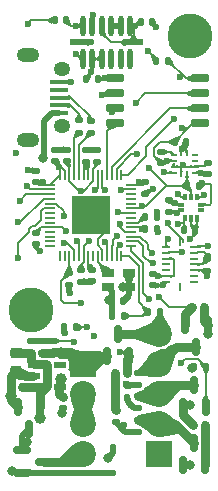
<source format=gbr>
%TF.GenerationSoftware,KiCad,Pcbnew,8.0.0*%
%TF.CreationDate,2024-10-09T20:58:18-07:00*%
%TF.ProjectId,LEO,4c454f2e-6b69-4636-9164-5f7063625858,rev?*%
%TF.SameCoordinates,Original*%
%TF.FileFunction,Copper,L4,Bot*%
%TF.FilePolarity,Positive*%
%FSLAX46Y46*%
G04 Gerber Fmt 4.6, Leading zero omitted, Abs format (unit mm)*
G04 Created by KiCad (PCBNEW 8.0.0) date 2024-10-09 20:58:18*
%MOMM*%
%LPD*%
G01*
G04 APERTURE LIST*
G04 Aperture macros list*
%AMRoundRect*
0 Rectangle with rounded corners*
0 $1 Rounding radius*
0 $2 $3 $4 $5 $6 $7 $8 $9 X,Y pos of 4 corners*
0 Add a 4 corners polygon primitive as box body*
4,1,4,$2,$3,$4,$5,$6,$7,$8,$9,$2,$3,0*
0 Add four circle primitives for the rounded corners*
1,1,$1+$1,$2,$3*
1,1,$1+$1,$4,$5*
1,1,$1+$1,$6,$7*
1,1,$1+$1,$8,$9*
0 Add four rect primitives between the rounded corners*
20,1,$1+$1,$2,$3,$4,$5,0*
20,1,$1+$1,$4,$5,$6,$7,0*
20,1,$1+$1,$6,$7,$8,$9,0*
20,1,$1+$1,$8,$9,$2,$3,0*%
G04 Aperture macros list end*
%TA.AperFunction,ComponentPad*%
%ADD10R,2.200000X2.200000*%
%TD*%
%TA.AperFunction,ComponentPad*%
%ADD11C,2.200000*%
%TD*%
%TA.AperFunction,ComponentPad*%
%ADD12C,3.800000*%
%TD*%
%TA.AperFunction,SMDPad,CuDef*%
%ADD13RoundRect,0.135000X0.185000X-0.135000X0.185000X0.135000X-0.185000X0.135000X-0.185000X-0.135000X0*%
%TD*%
%TA.AperFunction,SMDPad,CuDef*%
%ADD14RoundRect,0.140000X-0.170000X0.140000X-0.170000X-0.140000X0.170000X-0.140000X0.170000X0.140000X0*%
%TD*%
%TA.AperFunction,SMDPad,CuDef*%
%ADD15RoundRect,0.140000X0.170000X-0.140000X0.170000X0.140000X-0.170000X0.140000X-0.170000X-0.140000X0*%
%TD*%
%TA.AperFunction,SMDPad,CuDef*%
%ADD16RoundRect,0.135000X-0.135000X-0.185000X0.135000X-0.185000X0.135000X0.185000X-0.135000X0.185000X0*%
%TD*%
%TA.AperFunction,SMDPad,CuDef*%
%ADD17RoundRect,0.150000X0.150000X-0.587500X0.150000X0.587500X-0.150000X0.587500X-0.150000X-0.587500X0*%
%TD*%
%TA.AperFunction,SMDPad,CuDef*%
%ADD18RoundRect,0.135000X0.135000X0.185000X-0.135000X0.185000X-0.135000X-0.185000X0.135000X-0.185000X0*%
%TD*%
%TA.AperFunction,SMDPad,CuDef*%
%ADD19R,0.500000X0.300000*%
%TD*%
%TA.AperFunction,SMDPad,CuDef*%
%ADD20R,0.300000X0.500000*%
%TD*%
%TA.AperFunction,SMDPad,CuDef*%
%ADD21RoundRect,0.135000X-0.185000X0.135000X-0.185000X-0.135000X0.185000X-0.135000X0.185000X0.135000X0*%
%TD*%
%TA.AperFunction,SMDPad,CuDef*%
%ADD22RoundRect,0.150000X0.650000X0.150000X-0.650000X0.150000X-0.650000X-0.150000X0.650000X-0.150000X0*%
%TD*%
%TA.AperFunction,SMDPad,CuDef*%
%ADD23RoundRect,0.140000X-0.140000X-0.170000X0.140000X-0.170000X0.140000X0.170000X-0.140000X0.170000X0*%
%TD*%
%TA.AperFunction,SMDPad,CuDef*%
%ADD24RoundRect,0.125000X-0.125000X0.125000X-0.125000X-0.125000X0.125000X-0.125000X0.125000X0.125000X0*%
%TD*%
%TA.AperFunction,SMDPad,CuDef*%
%ADD25R,1.000000X0.800000*%
%TD*%
%TA.AperFunction,SMDPad,CuDef*%
%ADD26RoundRect,0.050000X0.387500X0.050000X-0.387500X0.050000X-0.387500X-0.050000X0.387500X-0.050000X0*%
%TD*%
%TA.AperFunction,SMDPad,CuDef*%
%ADD27RoundRect,0.050000X0.050000X0.387500X-0.050000X0.387500X-0.050000X-0.387500X0.050000X-0.387500X0*%
%TD*%
%TA.AperFunction,HeatsinkPad*%
%ADD28R,3.200000X3.200000*%
%TD*%
%TA.AperFunction,SMDPad,CuDef*%
%ADD29RoundRect,0.150000X-0.150000X0.587500X-0.150000X-0.587500X0.150000X-0.587500X0.150000X0.587500X0*%
%TD*%
%TA.AperFunction,SMDPad,CuDef*%
%ADD30RoundRect,0.225000X-0.250000X0.225000X-0.250000X-0.225000X0.250000X-0.225000X0.250000X0.225000X0*%
%TD*%
%TA.AperFunction,SMDPad,CuDef*%
%ADD31R,0.800000X0.250000*%
%TD*%
%TA.AperFunction,SMDPad,CuDef*%
%ADD32R,0.250000X0.800000*%
%TD*%
%TA.AperFunction,SMDPad,CuDef*%
%ADD33RoundRect,0.140000X0.140000X0.170000X-0.140000X0.170000X-0.140000X-0.170000X0.140000X-0.170000X0*%
%TD*%
%TA.AperFunction,SMDPad,CuDef*%
%ADD34R,1.600000X0.400000*%
%TD*%
%TA.AperFunction,ComponentPad*%
%ADD35O,1.400000X1.200000*%
%TD*%
%TA.AperFunction,ComponentPad*%
%ADD36O,1.900000X1.200000*%
%TD*%
%TA.AperFunction,SMDPad,CuDef*%
%ADD37O,0.450000X1.770000*%
%TD*%
%TA.AperFunction,SMDPad,CuDef*%
%ADD38R,1.550000X0.600000*%
%TD*%
%TA.AperFunction,SMDPad,CuDef*%
%ADD39R,1.000000X0.600000*%
%TD*%
%TA.AperFunction,SMDPad,CuDef*%
%ADD40R,0.500000X0.280000*%
%TD*%
%TA.AperFunction,SMDPad,CuDef*%
%ADD41R,0.280000X0.500000*%
%TD*%
%TA.AperFunction,SMDPad,CuDef*%
%ADD42RoundRect,0.150000X-0.587500X-0.150000X0.587500X-0.150000X0.587500X0.150000X-0.587500X0.150000X0*%
%TD*%
%TA.AperFunction,ViaPad*%
%ADD43C,0.600000*%
%TD*%
%TA.AperFunction,ViaPad*%
%ADD44C,0.800000*%
%TD*%
%TA.AperFunction,ViaPad*%
%ADD45C,1.000000*%
%TD*%
%TA.AperFunction,Conductor*%
%ADD46C,0.750000*%
%TD*%
%TA.AperFunction,Conductor*%
%ADD47C,0.200000*%
%TD*%
%TA.AperFunction,Conductor*%
%ADD48C,0.500000*%
%TD*%
%TA.AperFunction,Conductor*%
%ADD49C,1.000000*%
%TD*%
G04 APERTURE END LIST*
D10*
%TO.P,J6,1,Pin_1*%
%TO.N,+BATT*%
X13240600Y2356200D03*
D11*
%TO.P,J6,2,Pin_2*%
%TO.N,/P4-*%
X13240600Y4896200D03*
%TO.P,J6,3,Pin_3*%
%TO.N,/P3-*%
X13240600Y7436200D03*
%TO.P,J6,4,Pin_4*%
%TO.N,/P2-*%
X13240600Y9976200D03*
%TO.P,J6,5,Pin_5*%
%TO.N,/P1-*%
X13240600Y12516200D03*
%TD*%
D12*
%TO.P,H1,1,1*%
%TO.N,GND*%
X15831400Y37763800D03*
%TD*%
D10*
%TO.P,J2,1,Pin_1*%
%TO.N,GND*%
X6763600Y9950800D03*
D11*
%TO.P,J2,2,Pin_2*%
%TO.N,/BATT RAW*%
X6763600Y7410800D03*
%TO.P,J2,3,Pin_3*%
X6763600Y4870800D03*
%TO.P,J2,4,Pin_4*%
%TO.N,/BATT POSTSW*%
X6763600Y2330800D03*
%TD*%
D12*
%TO.P,H2,1,1*%
%TO.N,GND*%
X2369400Y14527100D03*
%TD*%
D13*
%TO.P,R18,1*%
%TO.N,/RP USB_D-*%
X6458800Y29583000D03*
%TO.P,R18,2*%
%TO.N,/USB_D-*%
X6458800Y30603000D03*
%TD*%
D14*
%TO.P,C3,1*%
%TO.N,/BATT SENSE *%
X4274400Y11929400D03*
%TO.P,C3,2*%
%TO.N,GND*%
X4274400Y10969400D03*
%TD*%
D15*
%TO.P,C18,1*%
%TO.N,+1V1*%
X5417600Y27174400D03*
%TO.P,C18,2*%
%TO.N,GND*%
X5417600Y28134400D03*
%TD*%
D16*
%TO.P,R28,1*%
%TO.N,/LEDINDICATION*%
X12044800Y22422200D03*
%TO.P,R28,2*%
%TO.N,Net-(D3-K)*%
X13064800Y22422200D03*
%TD*%
D17*
%TO.P,Q4,1,G*%
%TO.N,/P1 EN *%
X10710800Y10664300D03*
%TO.P,Q4,2,S*%
%TO.N,GND*%
X8810800Y10664300D03*
%TO.P,Q4,3,D*%
%TO.N,/P1-*%
X9760800Y12539300D03*
%TD*%
D13*
%TO.P,R2,1*%
%TO.N,+BATT*%
X2344000Y10914000D03*
%TO.P,R2,2*%
%TO.N,/BATT SENSE *%
X2344000Y11934000D03*
%TD*%
D18*
%TO.P,R13,1*%
%TO.N,+3V3*%
X16620800Y25063800D03*
%TO.P,R13,2*%
%TO.N,/SDA*%
X15600800Y25063800D03*
%TD*%
%TO.P,R3,1*%
%TO.N,Net-(D2-A)*%
X6181400Y13075000D03*
%TO.P,R3,2*%
%TO.N,+3V3*%
X5161400Y13075000D03*
%TD*%
D15*
%TO.P,C24,1*%
%TO.N,+3V3*%
X7043200Y27126200D03*
%TO.P,C24,2*%
%TO.N,GND*%
X7043200Y28086200D03*
%TD*%
%TO.P,C1,1*%
%TO.N,+3V3*%
X17309593Y17879893D03*
%TO.P,C1,2*%
%TO.N,GND*%
X17309593Y18839893D03*
%TD*%
D17*
%TO.P,Q9,1,G*%
%TO.N,/P4 EN *%
X17152200Y1391000D03*
%TO.P,Q9,2,S*%
%TO.N,GND*%
X15252200Y1391000D03*
%TO.P,Q9,3,D*%
%TO.N,/P4-*%
X16202200Y3266000D03*
%TD*%
D15*
%TO.P,C12,1*%
%TO.N,+3V3*%
X17330000Y26031600D03*
%TO.P,C12,2*%
%TO.N,GND*%
X17330000Y26991600D03*
%TD*%
D19*
%TO.P,U3,1,VDDIO*%
%TO.N,+3V3*%
X15063000Y22985000D03*
%TO.P,U3,2,SCK*%
%TO.N,/SCL*%
X15063000Y23485000D03*
D20*
%TO.P,U3,3,VSS*%
%TO.N,GND*%
X15433000Y24105000D03*
%TO.P,U3,4,SDI*%
%TO.N,/SDA*%
X15933000Y24105000D03*
%TO.P,U3,5,SDO*%
%TO.N,GND*%
X16433000Y24105000D03*
D19*
%TO.P,U3,6,CSB*%
%TO.N,+3V3*%
X16803000Y23485000D03*
%TO.P,U3,7,INT*%
%TO.N,unconnected-(U3-INT-Pad7)*%
X16803000Y22985000D03*
D20*
%TO.P,U3,8,VSS*%
%TO.N,GND*%
X16433000Y22365000D03*
%TO.P,U3,9,VSS*%
X15933000Y22365000D03*
%TO.P,U3,10,VDD*%
%TO.N,+3V3*%
X15433000Y22365000D03*
%TD*%
D21*
%TO.P,R15,1*%
%TO.N,/USB_D+*%
X7424000Y30552200D03*
%TO.P,R15,2*%
%TO.N,/RP USB_D+*%
X7424000Y29532200D03*
%TD*%
D22*
%TO.P,U9,1,~{CS}*%
%TO.N,/QSPI_SS*%
X16713600Y34157000D03*
%TO.P,U9,2,DO(IO1)*%
%TO.N,/QSPI_SD1*%
X16713600Y32887000D03*
%TO.P,U9,3,IO2*%
%TO.N,/QSPI_SD2*%
X16713600Y31617000D03*
%TO.P,U9,4,GND*%
%TO.N,GND*%
X16713600Y30347000D03*
%TO.P,U9,5,DI(IO0)*%
%TO.N,/QSPI_SDO*%
X9513600Y30347000D03*
%TO.P,U9,6,CLK*%
%TO.N,/QSPI_SCLK*%
X9513600Y31617000D03*
%TO.P,U9,7,IO3*%
%TO.N,/QSPI_SD3*%
X9513600Y32887000D03*
%TO.P,U9,8,VCC*%
%TO.N,+3V3*%
X9513600Y34157000D03*
%TD*%
D21*
%TO.P,R20,1*%
%TO.N,/P3-*%
X11437200Y7260400D03*
%TO.P,R20,2*%
%TO.N,/P3 CONT *%
X11437200Y6240400D03*
%TD*%
D13*
%TO.P,R16,1*%
%TO.N,+3V3*%
X14028000Y22852000D03*
%TO.P,R16,2*%
%TO.N,/SCL*%
X14028000Y23872000D03*
%TD*%
D15*
%TO.P,C21,1*%
%TO.N,+3V3*%
X4427000Y27151600D03*
%TO.P,C21,2*%
%TO.N,GND*%
X4427000Y28111600D03*
%TD*%
D13*
%TO.P,R1,1*%
%TO.N,+3V3*%
X5620600Y16705200D03*
%TO.P,R1,2*%
%TO.N,/RUN*%
X5620600Y17725200D03*
%TD*%
D23*
%TO.P,C4,1*%
%TO.N,+3V3*%
X15326000Y21355400D03*
%TO.P,C4,2*%
%TO.N,GND*%
X16286000Y21355400D03*
%TD*%
D24*
%TO.P,D1,1,K*%
%TO.N,Net-(D1-K)*%
X9329000Y2987200D03*
%TO.P,D1,2,A*%
%TO.N,VBUS*%
X9329000Y787200D03*
%TD*%
D21*
%TO.P,R24,1*%
%TO.N,/P2-*%
X11462600Y9190800D03*
%TO.P,R24,2*%
%TO.N,/P2 CONT *%
X11462600Y8170800D03*
%TD*%
D17*
%TO.P,Q5,1,G*%
%TO.N,/P3 EN *%
X17172600Y6318600D03*
%TO.P,Q5,2,S*%
%TO.N,GND*%
X15272600Y6318600D03*
%TO.P,Q5,3,D*%
%TO.N,/P3-*%
X16222600Y8193600D03*
%TD*%
D16*
%TO.P,R17,1*%
%TO.N,GND*%
X9479400Y9188800D03*
%TO.P,R17,2*%
%TO.N,/P1 EN *%
X10499400Y9188800D03*
%TD*%
D18*
%TO.P,R21,1*%
%TO.N,/P3 CONT *%
X10499400Y7106000D03*
%TO.P,R21,2*%
%TO.N,GND*%
X9479400Y7106000D03*
%TD*%
D14*
%TO.P,C23,1*%
%TO.N,+3V3*%
X7573800Y17951800D03*
%TO.P,C23,2*%
%TO.N,GND*%
X7573800Y16991800D03*
%TD*%
D25*
%TO.P,X2,1,OE/NC*%
%TO.N,+3V3*%
X10693400Y16529400D03*
%TO.P,X2,2,GND*%
%TO.N,GND*%
X8893400Y16529400D03*
%TO.P,X2,3,OUT*%
%TO.N,/XIN*%
X8893400Y17729400D03*
%TO.P,X2,4,VDD*%
%TO.N,+3V3*%
X10693400Y17729400D03*
%TD*%
D14*
%TO.P,C17,1*%
%TO.N,+1V1*%
X6611200Y17926400D03*
%TO.P,C17,2*%
%TO.N,GND*%
X6611200Y16966400D03*
%TD*%
%TO.P,C2,1*%
%TO.N,+3V3*%
X12687500Y17596000D03*
%TO.P,C2,2*%
%TO.N,GND*%
X12687500Y16636000D03*
%TD*%
D15*
%TO.P,C16,1*%
%TO.N,+1V1*%
X8008400Y27123600D03*
%TO.P,C16,2*%
%TO.N,GND*%
X8008400Y28083600D03*
%TD*%
D26*
%TO.P,U8,1,IOVDD*%
%TO.N,+3V3*%
X10874300Y25161800D03*
%TO.P,U8,2,GPIO0*%
%TO.N,/BUZZER*%
X10874300Y24761800D03*
%TO.P,U8,3,GPIO1*%
%TO.N,unconnected-(U8-GPIO1-Pad3)*%
X10874300Y24361800D03*
%TO.P,U8,4,GPIO2*%
%TO.N,unconnected-(U8-GPIO2-Pad4)*%
X10874300Y23961800D03*
%TO.P,U8,5,GPIO3*%
%TO.N,unconnected-(U8-GPIO3-Pad5)*%
X10874300Y23561800D03*
%TO.P,U8,6,GPIO4*%
%TO.N,/SDA*%
X10874300Y23161800D03*
%TO.P,U8,7,GPIO5*%
%TO.N,/SCL*%
X10874300Y22761800D03*
%TO.P,U8,8,GPIO6*%
%TO.N,unconnected-(U8-GPIO6-Pad8)*%
X10874300Y22361800D03*
%TO.P,U8,9,GPIO7*%
%TO.N,/LEDINDICATION*%
X10874300Y21961800D03*
%TO.P,U8,10,IOVDD*%
%TO.N,+3V3*%
X10874300Y21561800D03*
%TO.P,U8,11,GPIO8*%
%TO.N,/P4 EN *%
X10874300Y21161800D03*
%TO.P,U8,12,GPIO9*%
%TO.N,/P3 EN *%
X10874300Y20761800D03*
%TO.P,U8,13,GPIO10*%
%TO.N,/P2 EN *%
X10874300Y20361800D03*
%TO.P,U8,14,GPIO11*%
%TO.N,/P4 CONT *%
X10874300Y19961800D03*
D27*
%TO.P,U8,15,GPIO12*%
%TO.N,/P1 CONT *%
X10036800Y19124300D03*
%TO.P,U8,16,GPIO13*%
%TO.N,/P3 CONT *%
X9636800Y19124300D03*
%TO.P,U8,17,GPIO14*%
%TO.N,/P2 CONT *%
X9236800Y19124300D03*
%TO.P,U8,18,GPIO15*%
%TO.N,/P1 EN *%
X8836800Y19124300D03*
%TO.P,U8,19,TESTEN*%
%TO.N,GND*%
X8436800Y19124300D03*
%TO.P,U8,20,XIN*%
%TO.N,/XIN*%
X8036800Y19124300D03*
%TO.P,U8,21,XOUT*%
%TO.N,unconnected-(U8-XOUT-Pad21)*%
X7636800Y19124300D03*
%TO.P,U8,22,IOVDD*%
%TO.N,+3V3*%
X7236800Y19124300D03*
%TO.P,U8,23,DVDD*%
%TO.N,+1V1*%
X6836800Y19124300D03*
%TO.P,U8,24,SWCLK*%
%TO.N,/SWCLK*%
X6436800Y19124300D03*
%TO.P,U8,25,SWD*%
%TO.N,/SWD*%
X6036800Y19124300D03*
%TO.P,U8,26,RUN*%
%TO.N,/RUN*%
X5636800Y19124300D03*
%TO.P,U8,27,GPIO16*%
%TO.N,unconnected-(U8-GPIO16-Pad27)*%
X5236800Y19124300D03*
%TO.P,U8,28,GPIO17*%
%TO.N,unconnected-(U8-GPIO17-Pad28)*%
X4836800Y19124300D03*
D26*
%TO.P,U8,29,GPIO18*%
%TO.N,unconnected-(U8-GPIO18-Pad29)*%
X3999300Y19961800D03*
%TO.P,U8,30,GPIO19*%
%TO.N,unconnected-(U8-GPIO19-Pad30)*%
X3999300Y20361800D03*
%TO.P,U8,31,GPIO20*%
%TO.N,unconnected-(U8-GPIO20-Pad31)*%
X3999300Y20761800D03*
%TO.P,U8,32,GPIO21*%
%TO.N,unconnected-(U8-GPIO21-Pad32)*%
X3999300Y21161800D03*
%TO.P,U8,33,IOVDD*%
%TO.N,+3V3*%
X3999300Y21561800D03*
%TO.P,U8,34,GPIO22*%
%TO.N,unconnected-(U8-GPIO22-Pad34)*%
X3999300Y21961800D03*
%TO.P,U8,35,GPIO23*%
%TO.N,unconnected-(U8-GPIO23-Pad35)*%
X3999300Y22361800D03*
%TO.P,U8,36,GPIO24*%
%TO.N,unconnected-(U8-GPIO24-Pad36)*%
X3999300Y22761800D03*
%TO.P,U8,37,GPIO25*%
%TO.N,/BRKOUT1*%
X3999300Y23161800D03*
%TO.P,U8,38,GPIO26_ADC0*%
%TO.N,/BATT SENSE *%
X3999300Y23561800D03*
%TO.P,U8,39,GPIO27_ADC1*%
%TO.N,/BRKOUT2*%
X3999300Y23961800D03*
%TO.P,U8,40,GPIO28_ADC2*%
%TO.N,/BRKOUT3*%
X3999300Y24361800D03*
%TO.P,U8,41,GPIO29_ADC3*%
%TO.N,/BRKOUT4*%
X3999300Y24761800D03*
%TO.P,U8,42,IOVDD*%
%TO.N,+3V3*%
X3999300Y25161800D03*
D27*
%TO.P,U8,43,ADC_AVDD*%
X4836800Y25999300D03*
%TO.P,U8,44,VREG_IN*%
X5236800Y25999300D03*
%TO.P,U8,45,VREG_VOUT*%
%TO.N,+1V1*%
X5636800Y25999300D03*
%TO.P,U8,46,USB_DM*%
%TO.N,/RP USB_D-*%
X6036800Y25999300D03*
%TO.P,U8,47,USB_DP*%
%TO.N,/RP USB_D+*%
X6436800Y25999300D03*
%TO.P,U8,48,USB_VDD*%
%TO.N,+3V3*%
X6836800Y25999300D03*
%TO.P,U8,49,IOVDD*%
X7236800Y25999300D03*
%TO.P,U8,50,DVDD*%
%TO.N,+1V1*%
X7636800Y25999300D03*
%TO.P,U8,51,QSPI_SD3*%
%TO.N,/QSPI_SD3*%
X8036800Y25999300D03*
%TO.P,U8,52,QSPI_SCLK*%
%TO.N,/QSPI_SCLK*%
X8436800Y25999300D03*
%TO.P,U8,53,QSPI_SD0*%
%TO.N,/QSPI_SDO*%
X8836800Y25999300D03*
%TO.P,U8,54,QSPI_SD2*%
%TO.N,/QSPI_SD2*%
X9236800Y25999300D03*
%TO.P,U8,55,QSPI_SD1*%
%TO.N,/QSPI_SD1*%
X9636800Y25999300D03*
%TO.P,U8,56,QSPI_SS*%
%TO.N,/QSPI_SS*%
X10036800Y25999300D03*
D28*
%TO.P,U8,57,GND*%
%TO.N,GND*%
X7436800Y22561800D03*
%TD*%
D18*
%TO.P,R10,1*%
%TO.N,GND*%
X17052600Y14802200D03*
%TO.P,R10,2*%
%TO.N,/P2 EN *%
X16032600Y14802200D03*
%TD*%
D29*
%TO.P,Q2,1,G*%
%TO.N,/P2 EN *%
X15440200Y13299000D03*
%TO.P,Q2,2,S*%
%TO.N,GND*%
X17340200Y13299000D03*
%TO.P,Q2,3,D*%
%TO.N,/P2-*%
X16390200Y11424000D03*
%TD*%
D18*
%TO.P,R26,1*%
%TO.N,/P1-*%
X13293400Y14421200D03*
%TO.P,R26,2*%
%TO.N,/P1 CONT *%
X12273400Y14421200D03*
%TD*%
%TO.P,R27,1*%
%TO.N,/P1 CONT *%
X10245400Y14040200D03*
%TO.P,R27,2*%
%TO.N,GND*%
X9225400Y14040200D03*
%TD*%
D30*
%TO.P,C7,1*%
%TO.N,+BATT*%
X1074000Y10916600D03*
%TO.P,C7,2*%
%TO.N,GND*%
X1074000Y9366600D03*
%TD*%
D18*
%TO.P,R25,1*%
%TO.N,/P2 CONT *%
X10499400Y8172800D03*
%TO.P,R25,2*%
%TO.N,GND*%
X9479400Y8172800D03*
%TD*%
D31*
%TO.P,U2,1,INT2*%
%TO.N,unconnected-(U2-INT2-Pad1)*%
X16224300Y16914000D03*
%TO.P,U2,2,NC*%
%TO.N,unconnected-(U2-NC-Pad2)*%
X16224300Y17414000D03*
%TO.P,U2,3,VDD*%
%TO.N,+3V3*%
X16224300Y17914000D03*
%TO.P,U2,4,GNDA*%
%TO.N,GND*%
X16224300Y18414000D03*
%TO.P,U2,5,CSB2*%
%TO.N,unconnected-(U2-CSB2-Pad5)*%
X16224300Y18914000D03*
%TO.P,U2,6,GNDIO*%
%TO.N,GND*%
X16224300Y19414000D03*
%TO.P,U2,7,PS*%
%TO.N,+3V3*%
X16224300Y19914000D03*
D32*
%TO.P,U2,8,SCL/SCK*%
%TO.N,/SCL*%
X15024300Y20324000D03*
D31*
%TO.P,U2,9,SDA/SDI*%
%TO.N,/SDA*%
X13824300Y19914000D03*
%TO.P,U2,10,SDO2*%
%TO.N,GND*%
X13824300Y19414000D03*
%TO.P,U2,11,VDDIO*%
%TO.N,+3V3*%
X13824300Y18914000D03*
%TO.P,U2,12,INT3*%
%TO.N,unconnected-(U2-INT3-Pad12)*%
X13824300Y18414000D03*
%TO.P,U2,13,INT4*%
%TO.N,unconnected-(U2-INT4-Pad13)*%
X13824300Y17914000D03*
%TO.P,U2,14,CSB1*%
%TO.N,+3V3*%
X13824300Y17414000D03*
%TO.P,U2,15,SDO1*%
%TO.N,GND*%
X13824300Y16914000D03*
D32*
%TO.P,U2,16,INT1*%
%TO.N,unconnected-(U2-INT1-Pad16)*%
X15024300Y16504000D03*
%TD*%
D16*
%TO.P,R12,1*%
%TO.N,GND*%
X16134200Y4794600D03*
%TO.P,R12,2*%
%TO.N,/P4 EN *%
X17154200Y4794600D03*
%TD*%
D33*
%TO.P,C9,1*%
%TO.N,+3V3*%
X15498600Y28797600D03*
%TO.P,C9,2*%
%TO.N,GND*%
X14538600Y28797600D03*
%TD*%
%TO.P,C13,1*%
%TO.N,+3V3*%
X10190000Y15284800D03*
%TO.P,C13,2*%
%TO.N,GND*%
X9230000Y15284800D03*
%TD*%
D14*
%TO.P,C25,1*%
%TO.N,+3V3*%
X12049600Y25366000D03*
%TO.P,C25,2*%
%TO.N,GND*%
X12049600Y24406000D03*
%TD*%
%TO.P,C19,1*%
%TO.N,+3V3*%
X2801200Y21073400D03*
%TO.P,C19,2*%
%TO.N,GND*%
X2801200Y20113400D03*
%TD*%
D33*
%TO.P,C50,1*%
%TO.N,+3V3*%
X5338600Y39084600D03*
%TO.P,C50,2*%
%TO.N,GND*%
X4378600Y39084600D03*
%TD*%
D14*
%TO.P,C8,1*%
%TO.N,Net-(U4-C1)*%
X13418400Y27956800D03*
%TO.P,C8,2*%
%TO.N,GND*%
X13418400Y26996800D03*
%TD*%
D34*
%TO.P,J7,1,VBUS*%
%TO.N,VBUS*%
X4772900Y31231200D03*
%TO.P,J7,2,D-*%
%TO.N,/USB_D-*%
X4772900Y31881200D03*
%TO.P,J7,3,D+*%
%TO.N,/USB_D+*%
X4772900Y32531200D03*
%TO.P,J7,4,ID*%
%TO.N,unconnected-(J7-ID-Pad4)*%
X4772900Y33181200D03*
%TO.P,J7,5,GND*%
%TO.N,GND*%
X4782900Y33831200D03*
D35*
%TO.P,J7,6,Shield*%
%TO.N,unconnected-(J7-Shield-Pad6)*%
X5022900Y34951200D03*
%TO.P,J7,7*%
%TO.N,N/C*%
X5022900Y30111200D03*
D36*
%TO.P,J7,8*%
X2122900Y28931200D03*
%TO.P,J7,9*%
X2122900Y36131200D03*
%TD*%
D23*
%TO.P,C26,1*%
%TO.N,+3V3*%
X12074800Y21406200D03*
%TO.P,C26,2*%
%TO.N,GND*%
X13034800Y21406200D03*
%TD*%
D37*
%TO.P,U5,1,VDDI/O*%
%TO.N,+3V3*%
X6770200Y38640400D03*
%TO.P,U5,2,GND*%
%TO.N,GND*%
X7570200Y38640400D03*
%TO.P,U5,3,RESERVED*%
%TO.N,+3V3*%
X8370200Y38640400D03*
%TO.P,U5,4,GND*%
%TO.N,GND*%
X9170200Y38640400D03*
%TO.P,U5,5,GND*%
X9970200Y38640400D03*
%TO.P,U5,6,VS*%
%TO.N,+3V3*%
X10770200Y38640400D03*
D38*
%TO.P,U5,7,~{CS}*%
X11070200Y37230400D03*
D37*
%TO.P,U5,8,INT1*%
%TO.N,unconnected-(U5-INT1-Pad8)*%
X10770200Y35820400D03*
%TO.P,U5,9,INT2*%
%TO.N,unconnected-(U5-INT2-Pad9)*%
X9970200Y35820400D03*
%TO.P,U5,10,NC*%
%TO.N,unconnected-(U5-NC-Pad10)*%
X9170200Y35820400D03*
%TO.P,U5,11,RESERVED*%
%TO.N,GND*%
X8370200Y35820400D03*
%TO.P,U5,12,SDO/ALTADDRESS*%
X7570200Y35820400D03*
%TO.P,U5,13,SDA/SDI/SDIO*%
%TO.N,/SDA*%
X6770200Y35820400D03*
D38*
%TO.P,U5,14,SCL/SCLK*%
%TO.N,/SCL*%
X6470200Y37230400D03*
%TD*%
D13*
%TO.P,R23,1*%
%TO.N,/P4 CONT *%
X9557600Y5046600D03*
%TO.P,R23,2*%
%TO.N,GND*%
X9557600Y6066600D03*
%TD*%
D23*
%TO.P,C32,1*%
%TO.N,+3V3*%
X11693800Y38955000D03*
%TO.P,C32,2*%
%TO.N,GND*%
X12653800Y38955000D03*
%TD*%
D29*
%TO.P,Q3,1,G*%
%TO.N,GND*%
X1267000Y6341700D03*
%TO.P,Q3,2,S*%
%TO.N,+BATT*%
X3167000Y6341700D03*
%TO.P,Q3,3,D*%
%TO.N,Net-(D1-K)*%
X2217000Y4466700D03*
%TD*%
D21*
%TO.P,R22,1*%
%TO.N,/P4-*%
X11411800Y5253800D03*
%TO.P,R22,2*%
%TO.N,/P4 CONT *%
X11411800Y4233800D03*
%TD*%
D15*
%TO.P,C22,1*%
%TO.N,+3V3*%
X2801200Y25396600D03*
%TO.P,C22,2*%
%TO.N,GND*%
X2801200Y26356600D03*
%TD*%
D39*
%TO.P,U6,1,VIN*%
%TO.N,+BATT*%
X2666400Y8035600D03*
%TO.P,U6,2,GND*%
%TO.N,GND*%
X2666400Y8985600D03*
%TO.P,U6,3,CE*%
%TO.N,+BATT*%
X2666400Y9935600D03*
%TO.P,U6,4,NC*%
%TO.N,unconnected-(U6-NC-Pad4)*%
X4866400Y9935600D03*
%TO.P,U6,5,VOUT*%
%TO.N,+3V3*%
X4866400Y8035600D03*
%TD*%
D40*
%TO.P,U4,1,SCL/SPC*%
%TO.N,/SCL*%
X14468800Y26193400D03*
%TO.P,U4,2,Res*%
%TO.N,GND*%
X14468800Y26693400D03*
%TO.P,U4,3,GND*%
X14468800Y27193400D03*
%TO.P,U4,4,C1*%
%TO.N,Net-(U4-C1)*%
X14468800Y27693400D03*
D41*
%TO.P,U4,5,Vdd*%
%TO.N,+3V3*%
X15098800Y27823400D03*
%TO.P,U4,6,Vdd_IO*%
X15598800Y27823400D03*
D40*
%TO.P,U4,7,INT*%
%TO.N,unconnected-(U4-INT-Pad7)*%
X16228800Y27693400D03*
%TO.P,U4,8,DRDY*%
%TO.N,unconnected-(U4-DRDY-Pad8)*%
X16228800Y27193400D03*
%TO.P,U4,9,SD0/SA1*%
%TO.N,GND*%
X16228800Y26693400D03*
%TO.P,U4,10,CS*%
%TO.N,+3V3*%
X16228800Y26193400D03*
D41*
%TO.P,U4,11,SDA/SDI/SDO*%
%TO.N,/SDA*%
X15598800Y26063400D03*
%TO.P,U4,12,Res*%
%TO.N,GND*%
X15098800Y26063400D03*
%TD*%
D33*
%TO.P,C6,1*%
%TO.N,+BATT*%
X1655600Y8045800D03*
%TO.P,C6,2*%
%TO.N,GND*%
X695600Y8045800D03*
%TD*%
%TO.P,C27,1*%
%TO.N,+3V3*%
X8031000Y34131600D03*
%TO.P,C27,2*%
%TO.N,GND*%
X7071000Y34131600D03*
%TD*%
D16*
%TO.P,R11,1*%
%TO.N,GND*%
X16159600Y9696800D03*
%TO.P,R11,2*%
%TO.N,/P3 EN *%
X17179600Y9696800D03*
%TD*%
D42*
%TO.P,Q1,1,G*%
%TO.N,VBUS*%
X1635100Y771200D03*
%TO.P,Q1,2,S*%
%TO.N,Net-(D1-K)*%
X1635100Y2671200D03*
%TO.P,Q1,3,D*%
%TO.N,/BATT POSTSW*%
X3510100Y1721200D03*
%TD*%
D18*
%TO.P,R14,1*%
%TO.N,/QSPI_SS*%
X14004600Y35655600D03*
%TO.P,R14,2*%
%TO.N,/BOOTSEL*%
X12984600Y35655600D03*
%TD*%
D14*
%TO.P,C5,1*%
%TO.N,+3V3*%
X5061800Y7179600D03*
%TO.P,C5,2*%
%TO.N,GND*%
X5061800Y6219600D03*
%TD*%
D21*
%TO.P,R4,1*%
%TO.N,/BATT SENSE *%
X3309200Y11934000D03*
%TO.P,R4,2*%
%TO.N,GND*%
X3309200Y10914000D03*
%TD*%
D43*
%TO.N,GND*%
X2140800Y38805200D03*
D44*
X15882200Y1391000D03*
D43*
X2164350Y26384650D03*
X13142213Y21199832D03*
X13903568Y27165289D03*
X1124800Y27807000D03*
X17025200Y24251000D03*
D44*
X4985600Y5810600D03*
D43*
X15247200Y26841800D03*
X8744800Y23870000D03*
X5798400Y33877600D03*
X7043000Y16966400D03*
D44*
X17355400Y12516200D03*
X4909400Y10969400D03*
D45*
X700000Y7309200D03*
D43*
X3181600Y19552000D03*
X9659200Y38640400D03*
X4934800Y28111600D03*
D44*
X1845902Y9072000D03*
D43*
X8719400Y21228400D03*
X14790000Y24403400D03*
X12723875Y24810689D03*
D44*
X15856800Y6547200D03*
D43*
X7525600Y28086200D03*
X15856800Y20568000D03*
X17328337Y19127863D03*
X13546300Y16636000D03*
X9479400Y8757000D03*
X7703400Y12389200D03*
X12986600Y38475000D03*
X7673583Y39500000D03*
X15172622Y19424542D03*
X9479400Y6572600D03*
D44*
X15983800Y9646000D03*
D43*
X15170598Y29966000D03*
X7426596Y34745887D03*
D44*
X8946031Y15423255D03*
D43*
%TO.N,+3V3*%
X17330000Y20009200D03*
X11183200Y38640400D03*
X16829014Y25302541D03*
X7043000Y26638600D03*
X14866472Y21863400D03*
X5336798Y21253800D03*
X11538800Y25368600D03*
X17321802Y17418400D03*
X4712867Y26682713D03*
X11813713Y21375033D03*
X15172799Y28219141D03*
X8660488Y34185400D03*
D44*
X10131314Y16500714D03*
D43*
X5239600Y12567000D03*
X3360000Y25368600D03*
X16776655Y26151798D03*
X14728000Y22751539D03*
X7403100Y18217428D03*
D45*
X4916400Y8706200D03*
D43*
X13093792Y17414189D03*
X6179400Y38640400D03*
X5646000Y16037398D03*
%TO.N,+1V1*%
X7271600Y20415600D03*
X6585800Y24661802D03*
D45*
%TO.N,+BATT*%
X3182200Y5378800D03*
D43*
%TO.N,Net-(D2-A)*%
X7119200Y13075000D03*
%TO.N,/RUN*%
X6636600Y15157800D03*
%TO.N,/BOOTSEL*%
X12326200Y36468400D03*
%TO.N,/SWCLK*%
X6255600Y20364800D03*
%TO.N,/SWD*%
X5163400Y20263200D03*
%TO.N,/SCL*%
X13647000Y26206800D03*
X9786200Y22854000D03*
X14002600Y21888800D03*
X14600869Y23605318D03*
X7500200Y37205000D03*
%TO.N,/BRKOUT4*%
X2019986Y25057304D03*
%TO.N,/BRKOUT3*%
X1429600Y23819200D03*
%TO.N,/BRKOUT2*%
X1251800Y21965000D03*
%TO.N,/BRKOUT1*%
X1251800Y18942400D03*
%TO.N,/P1 EN *%
X9899000Y10992200D03*
X8641510Y20301980D03*
%TO.N,/P2 EN *%
X13189800Y15691200D03*
X12673173Y18505370D03*
%TO.N,/P3 EN *%
X15094800Y10052400D03*
X12615061Y19403494D03*
%TO.N,/P4 EN *%
X17154200Y3956400D03*
X9913200Y21812600D03*
%TO.N,/BATT SENSE *%
X5138000Y22549200D03*
X6001600Y11855800D03*
%TO.N,/P3 CONT *%
X9913200Y20060000D03*
X10844401Y6513201D03*
%TO.N,/P2 CONT *%
X10457800Y8294242D03*
X9659200Y20822000D03*
%TO.N,/QSPI_SS*%
X14993200Y34284000D03*
X14485200Y30753400D03*
%TO.N,/P4 CONT *%
X10218000Y4845400D03*
X12377000Y15513400D03*
%TO.N,Net-(D3-K)*%
X13088200Y22879400D03*
%TO.N,/SDA*%
X14002600Y20568000D03*
X11788200Y23342199D03*
X6230200Y36265200D03*
X12402400Y26562400D03*
%TO.N,/QSPI_SD1*%
X11234000Y32099600D03*
X11361000Y27730800D03*
%TO.N,/QSPI_SCLK*%
X9278200Y31286800D03*
X8617800Y24733600D03*
%TO.N,/QSPI_SD3*%
X7819824Y24678283D03*
X8414600Y32785400D03*
%TO.N,/BUZZER*%
X9964000Y24708200D03*
D44*
%TO.N,VBUS*%
X769200Y883000D03*
X3436200Y27400600D03*
%TO.N,Net-(D1-K)*%
X8897200Y2051400D03*
X2064600Y3372200D03*
%TD*%
D46*
%TO.N,GND*%
X4909400Y10969400D02*
X4274400Y10969400D01*
X6763600Y9950800D02*
X5745000Y10969400D01*
D47*
X5394800Y28111600D02*
X4934800Y28111600D01*
D46*
X17052600Y13586600D02*
X17340200Y13299000D01*
D47*
X14958800Y26693400D02*
X15348800Y26693400D01*
D46*
X1913102Y9004800D02*
X1845902Y9072000D01*
D47*
X15433000Y24105000D02*
X15088400Y24105000D01*
X7570200Y35820400D02*
X7570200Y34889491D01*
X16421800Y18434400D02*
X16904100Y18434400D01*
D46*
X695600Y6913100D02*
X1267000Y6341700D01*
D47*
X17021800Y19434400D02*
X16421800Y19434400D01*
D46*
X1368600Y9072000D02*
X1074000Y9366600D01*
D47*
X15348800Y26693400D02*
X15348800Y26740200D01*
D48*
X9225400Y14040200D02*
X9225400Y16197400D01*
D47*
X7570200Y34889491D02*
X7426596Y34745887D01*
X15856800Y20568000D02*
X16286000Y20997200D01*
X15718400Y29977400D02*
X16088000Y30347000D01*
X15348800Y26693400D02*
X16228800Y26693400D01*
X8019400Y20075560D02*
X8019400Y20528400D01*
X12687500Y16636000D02*
X13546300Y16636000D01*
X13323066Y28797600D02*
X12808400Y28282934D01*
D48*
X17340200Y12531400D02*
X17355400Y12516200D01*
D47*
X14468800Y27010600D02*
X14459800Y27019600D01*
D46*
X9479400Y6144800D02*
X9557600Y6066600D01*
X9479400Y9188800D02*
X9479400Y6144800D01*
X15272600Y6318600D02*
X15272600Y5656200D01*
D47*
X16288800Y26753400D02*
X17091800Y26753400D01*
X17025200Y24251000D02*
X16879200Y24105000D01*
X12808400Y28282934D02*
X12808400Y27606800D01*
X16904100Y18434400D02*
X17309593Y18839893D01*
X9970200Y38640400D02*
X9170200Y38640400D01*
X13418400Y26996800D02*
X13735079Y26996800D01*
X2420200Y39084600D02*
X2140800Y38805200D01*
D46*
X4219000Y10914000D02*
X4274400Y10969400D01*
D48*
X5061800Y6219600D02*
X5061800Y5886800D01*
D46*
X695600Y8988200D02*
X1074000Y9366600D01*
D47*
X13615000Y27193400D02*
X13418400Y26996800D01*
X15348800Y26740200D02*
X15247200Y26841800D01*
X4427000Y28111600D02*
X4934800Y28111600D01*
X15933000Y21708400D02*
X16286000Y21355400D01*
D46*
X695600Y7309200D02*
X695600Y6913100D01*
D47*
X13546300Y16636000D02*
X13824300Y16914000D01*
X17328337Y19127863D02*
X17021800Y19434400D01*
X15933000Y22365000D02*
X15933000Y21708400D01*
X15707000Y29966000D02*
X15170598Y29966000D01*
X15088400Y24105000D02*
X14790000Y24403400D01*
X14538600Y28797600D02*
X13323066Y28797600D01*
X12653800Y38807800D02*
X12986600Y38475000D01*
X7570200Y34630800D02*
X7071000Y34131600D01*
X12808400Y27606800D02*
X13418400Y26996800D01*
X17156200Y18509400D02*
X17507800Y18861000D01*
D46*
X3309200Y10914000D02*
X4219000Y10914000D01*
D47*
X17328337Y19127863D02*
X17328337Y18858637D01*
X15162764Y19434400D02*
X14021800Y19434400D01*
X14468800Y26693400D02*
X14468800Y27010600D01*
X15098800Y26063400D02*
X15098800Y26553400D01*
D48*
X17340200Y13299000D02*
X17340200Y12531400D01*
D47*
X12246872Y24406000D02*
X12651561Y24810689D01*
X13735079Y26996800D02*
X13903568Y27165289D01*
D46*
X5745000Y10969400D02*
X4909400Y10969400D01*
X2564800Y9004800D02*
X1913102Y9004800D01*
D48*
X15252200Y1391000D02*
X15882200Y1391000D01*
D47*
X14958800Y26693400D02*
X14468800Y26693400D01*
D46*
X695600Y8045800D02*
X695600Y8988200D01*
D47*
X7525600Y28086200D02*
X8005800Y28086200D01*
D46*
X15272600Y5656200D02*
X16134200Y4794600D01*
D47*
X7570200Y38640400D02*
X7570200Y39396617D01*
X4378600Y39084600D02*
X2420200Y39084600D01*
X4782900Y33831200D02*
X5752000Y33831200D01*
D48*
X9225400Y16197400D02*
X8893400Y16529400D01*
D47*
X15098800Y26553400D02*
X14958800Y26693400D01*
X8436800Y19658160D02*
X8019400Y20075560D01*
X16433000Y22365000D02*
X16433000Y21502400D01*
D48*
X5061800Y5886800D02*
X4985600Y5810600D01*
D47*
X15172622Y19424542D02*
X15162764Y19434400D01*
X17328337Y18858637D02*
X17309593Y18839893D01*
X8436800Y19124300D02*
X8436800Y19658160D01*
X7570200Y35820400D02*
X7570200Y34630800D01*
X2801200Y26356600D02*
X2192400Y26356600D01*
X7570200Y39396617D02*
X7673583Y39500000D01*
X2979000Y19552000D02*
X3181600Y19552000D01*
D48*
X6611200Y16966400D02*
X7548400Y16966400D01*
D47*
X17309593Y18662793D02*
X17156200Y18509400D01*
X14468800Y27193400D02*
X13615000Y27193400D01*
X17091800Y26753400D02*
X17330000Y26991600D01*
D48*
X15272600Y6318600D02*
X15628200Y6318600D01*
D47*
X8370200Y35820400D02*
X7570200Y35820400D01*
D46*
X1845902Y9072000D02*
X1368600Y9072000D01*
D47*
X8019400Y20528400D02*
X8719400Y21228400D01*
D48*
X16034600Y9696800D02*
X15983800Y9646000D01*
D47*
X12651561Y24810689D02*
X12723875Y24810689D01*
X16286000Y20997200D02*
X16286000Y21355400D01*
X5752000Y33831200D02*
X5798400Y33877600D01*
X17309593Y18839893D02*
X17309593Y18662793D01*
D46*
X8821000Y10662000D02*
X7474800Y10662000D01*
D48*
X15628200Y6318600D02*
X15856800Y6547200D01*
D47*
X16879200Y24105000D02*
X16433000Y24105000D01*
X7043200Y28086200D02*
X7525600Y28086200D01*
D46*
X695600Y7309200D02*
X700000Y7309200D01*
D47*
X2801200Y19729800D02*
X2877400Y19653600D01*
X2192400Y26356600D02*
X2164350Y26384650D01*
X14538600Y28797600D02*
X15718400Y29977400D01*
X15718400Y29977400D02*
X15707000Y29966000D01*
X16228800Y26693400D02*
X16288800Y26753400D01*
D46*
X695600Y8045800D02*
X695600Y7309200D01*
D47*
X2877400Y19653600D02*
X2979000Y19552000D01*
X2801200Y20113400D02*
X2801200Y19729800D01*
D46*
X17052600Y14802200D02*
X17052600Y13586600D01*
D47*
%TO.N,+3V3*%
X13113600Y17414000D02*
X13824300Y17414000D01*
X3999300Y25161800D02*
X3309200Y25161800D01*
X17050600Y17934400D02*
X17474400Y17934400D01*
X3036000Y25161800D02*
X2801200Y25396600D01*
X17554600Y23485000D02*
X17660200Y23590600D01*
X17660200Y23590600D02*
X17660200Y25136936D01*
X6179400Y38640400D02*
X5782800Y38640400D01*
X17255200Y19934400D02*
X17330000Y20009200D01*
X14028000Y22852000D02*
X14612200Y22852000D01*
X9120200Y37230400D02*
X11070200Y37230400D01*
X10874300Y25161800D02*
X11437200Y25161800D01*
X11813713Y21388487D02*
X11813713Y21375033D01*
X7236800Y18288800D02*
X7308172Y18217428D01*
X8370200Y37980400D02*
X9120200Y37230400D01*
X5236800Y25999300D02*
X5236800Y26341800D01*
X2849400Y21203000D02*
X3208200Y21561800D01*
X15294058Y28340400D02*
X15172799Y28219141D01*
X6770200Y38640400D02*
X6179400Y38640400D01*
D48*
X5161400Y12645200D02*
X5239600Y12567000D01*
D47*
X5236800Y26341800D02*
X4427000Y27151600D01*
X9513600Y34157000D02*
X8688888Y34157000D01*
X15326000Y21888800D02*
X15326000Y22258000D01*
X5336798Y21253800D02*
X5028798Y21561800D01*
X15498600Y28797600D02*
X15498600Y28340400D01*
X8688888Y34157000D02*
X8660488Y34185400D01*
X16803000Y23485000D02*
X17554600Y23485000D01*
X14712661Y22751539D02*
X14728000Y22751539D01*
X15326000Y21888800D02*
X14891872Y21888800D01*
X14612200Y22852000D02*
X14712661Y22751539D01*
X11437200Y25161800D02*
X11845400Y25161800D01*
X13113600Y17414000D02*
X13093981Y17414000D01*
X8370200Y38640400D02*
X8370200Y37980400D01*
X16421800Y17934400D02*
X17050600Y17934400D01*
X15498600Y28340400D02*
X15294058Y28340400D01*
X11070200Y38340400D02*
X10770200Y38640400D01*
X3309200Y25317800D02*
X3360000Y25368600D01*
X12069000Y21561800D02*
X11640400Y21561800D01*
D48*
X10693400Y15788200D02*
X10190000Y15284800D01*
D47*
X16745800Y26193400D02*
X16745800Y26182653D01*
X7043200Y26638800D02*
X7043000Y26638600D01*
X16829014Y25272014D02*
X16829014Y25302541D01*
X11379200Y38640400D02*
X11693800Y38955000D01*
X7308172Y18217428D02*
X7403100Y18217428D01*
X4836800Y26741800D02*
X4427000Y27151600D01*
D48*
X5161400Y13075000D02*
X5161400Y12645200D01*
D47*
X11437200Y25161800D02*
X11437200Y25267000D01*
X12869500Y17414000D02*
X13113600Y17414000D01*
D48*
X5620600Y16705200D02*
X5620600Y16062798D01*
D47*
X12687500Y17596000D02*
X12869500Y17414000D01*
X7236800Y19124300D02*
X7236800Y18288800D01*
X11845400Y25161800D02*
X12049600Y25366000D01*
X14449300Y18914000D02*
X14524300Y18839000D01*
X8081800Y34055400D02*
X8530488Y34055400D01*
X17321802Y17663198D02*
X17050600Y17934400D01*
D46*
X4764800Y7476600D02*
X5061800Y7179600D01*
D47*
X16421800Y19934400D02*
X17255200Y19934400D01*
X6836800Y26919800D02*
X7043200Y27126200D01*
X6836800Y25999300D02*
X6836800Y26919800D01*
X15098800Y28397800D02*
X15498600Y28797600D01*
X4836800Y26587800D02*
X4807780Y26587800D01*
X11437200Y25267000D02*
X11538800Y25368600D01*
X11640400Y21561800D02*
X10874300Y21561800D01*
D46*
X4764800Y8054800D02*
X4764800Y7476600D01*
D47*
X14524300Y18839000D02*
X14524300Y17489000D01*
X16745800Y26193400D02*
X17168200Y26193400D01*
X8530488Y34055400D02*
X8660488Y34185400D01*
X7043200Y27126200D02*
X7043200Y26638800D01*
X17321802Y17418400D02*
X17321802Y17663198D01*
X3208200Y21561800D02*
X3999300Y21561800D01*
X3309200Y25161800D02*
X3036000Y25161800D01*
X13824300Y18914000D02*
X14449300Y18914000D01*
X14930000Y22852000D02*
X15063000Y22985000D01*
X7236800Y18288800D02*
X7573800Y17951800D01*
X15326000Y21355400D02*
X15326000Y21888800D01*
X7236800Y25999300D02*
X7236800Y26932600D01*
X3999300Y25161800D02*
X4836800Y25999300D01*
X11640400Y21561800D02*
X11813713Y21388487D01*
X14524300Y17489000D02*
X14449300Y17414000D01*
X4836800Y25999300D02*
X4836800Y26587800D01*
X15326000Y22258000D02*
X15433000Y22365000D01*
X14612200Y22852000D02*
X14930000Y22852000D01*
X16745800Y26182653D02*
X16776655Y26151798D01*
X13093981Y17414000D02*
X13093792Y17414189D01*
X4807780Y26587800D02*
X4712867Y26682713D01*
X17572164Y25224972D02*
X16781972Y25224972D01*
X10770200Y38640400D02*
X11183200Y38640400D01*
X3309200Y25161800D02*
X3309200Y25317800D01*
D48*
X5620600Y16062798D02*
X5646000Y16037398D01*
D47*
X5028798Y21561800D02*
X3999300Y21561800D01*
D48*
X4764800Y8554600D02*
X4916400Y8706200D01*
X10693400Y17729400D02*
X10693400Y15788200D01*
D47*
X5782800Y38640400D02*
X5338600Y39084600D01*
X14891872Y21888800D02*
X14866472Y21863400D01*
X11183200Y38640400D02*
X11379200Y38640400D01*
X16620800Y25063800D02*
X16829014Y25272014D01*
X17660200Y25136936D02*
X17572164Y25224972D01*
X15098800Y27823400D02*
X15098800Y28397800D01*
X15498600Y27923600D02*
X15598800Y27823400D01*
X7236800Y26932600D02*
X7043200Y27126200D01*
X16228800Y26193400D02*
X16745800Y26193400D01*
X14449300Y17414000D02*
X13824300Y17414000D01*
X15498600Y28340400D02*
X15498600Y27923600D01*
D48*
X4764800Y8054800D02*
X4764800Y8554600D01*
D47*
X11070200Y37230400D02*
X11070200Y38340400D01*
%TO.N,+1V1*%
X6611200Y17926400D02*
X6611200Y18364840D01*
X5636800Y26465094D02*
X5636800Y25999300D01*
X6836800Y19124300D02*
X6836800Y19980800D01*
X6585800Y24661802D02*
X6833162Y24661802D01*
X7636800Y26533160D02*
X7636800Y25999300D01*
X6836800Y18590440D02*
X6836800Y19124300D01*
X8008400Y26904760D02*
X7636800Y26533160D01*
X6585800Y24661802D02*
X6440438Y24661802D01*
X6833162Y24661802D02*
X7636800Y25465440D01*
X5633200Y26958800D02*
X5633199Y26468695D01*
X6836800Y19980800D02*
X7271600Y20415600D01*
X5636800Y25465440D02*
X5636800Y25999300D01*
X5417600Y27174400D02*
X5633200Y26958800D01*
X6440438Y24661802D02*
X5636800Y25465440D01*
X7636800Y25465440D02*
X7636800Y25999300D01*
X5633199Y26468695D02*
X5636800Y26465094D01*
X6611200Y18364840D02*
X6836800Y18590440D01*
X8008400Y27123600D02*
X8008400Y26904760D01*
D46*
%TO.N,/BATT POSTSW*%
X6154000Y1721200D02*
X6763600Y2330800D01*
X3510100Y1721200D02*
X6154000Y1721200D01*
%TO.N,+BATT*%
X3167000Y6341700D02*
X3167000Y7536200D01*
X3666400Y8035600D02*
X3741400Y8110600D01*
X3741400Y9860600D02*
X3647200Y9954800D01*
X2666400Y8035600D02*
X3666400Y8035600D01*
X1074000Y10916600D02*
X2341400Y10916600D01*
X3647200Y9954800D02*
X2666400Y9954800D01*
X1655600Y8045800D02*
X2656200Y8045800D01*
X2341400Y10916600D02*
X2344000Y10914000D01*
X2344000Y10277200D02*
X2666400Y9954800D01*
X2344000Y10914000D02*
X2344000Y10277200D01*
X3167000Y7536200D02*
X3666400Y8035600D01*
X2656200Y8045800D02*
X2666400Y8035600D01*
X3741400Y8110600D02*
X3741400Y9860600D01*
D47*
%TO.N,Net-(D2-A)*%
X6181400Y13075000D02*
X7119200Y13075000D01*
D46*
%TO.N,/P4-*%
X14572000Y4896200D02*
X16202200Y3266000D01*
X11411800Y5253800D02*
X12883000Y5253800D01*
X13240600Y4896200D02*
X14572000Y4896200D01*
%TO.N,/P3-*%
X11437200Y7260400D02*
X13064800Y7260400D01*
X13240600Y7436200D02*
X13998000Y8193600D01*
X13998000Y8193600D02*
X16222600Y8193600D01*
D48*
%TO.N,/P2-*%
X11462600Y9190800D02*
X12455200Y9190800D01*
D46*
X13240600Y9976200D02*
X14688400Y11424000D01*
D48*
X12455200Y9190800D02*
X13240600Y9976200D01*
D46*
X14688400Y11424000D02*
X16390200Y11424000D01*
%TO.N,/P1-*%
X13240600Y12516200D02*
X9791800Y12516200D01*
D47*
X13293400Y14421200D02*
X13293400Y12569000D01*
D46*
X9791800Y12516200D02*
X9771000Y12537000D01*
D47*
%TO.N,/RUN*%
X5620600Y17725200D02*
X4934800Y17039400D01*
X4934800Y15411800D02*
X5188800Y15157800D01*
X5188800Y15157800D02*
X6636600Y15157800D01*
X4934800Y17039400D02*
X4934800Y15411800D01*
X5636800Y19124300D02*
X5636800Y17741400D01*
%TO.N,/BOOTSEL*%
X12984600Y35810000D02*
X12326200Y36468400D01*
%TO.N,/SWCLK*%
X6436800Y20183600D02*
X6255600Y20364800D01*
X6436800Y19124300D02*
X6436800Y20183600D01*
%TO.N,/SWD*%
X6036800Y19658160D02*
X5431760Y20263200D01*
X6036800Y19124300D02*
X6036800Y19658160D01*
X5431760Y20263200D02*
X5163400Y20263200D01*
%TO.N,/USB_D-*%
X6458800Y30603000D02*
X6458800Y31145300D01*
X5722900Y31881200D02*
X4772900Y31881200D01*
X6458800Y31145300D02*
X5722900Y31881200D01*
%TO.N,/USB_D+*%
X5772900Y32531200D02*
X7424000Y30880100D01*
X4772900Y32531200D02*
X5772900Y32531200D01*
X7424000Y30880100D02*
X7424000Y30552200D01*
%TO.N,/SCL*%
X14468800Y26193400D02*
X13660400Y26193400D01*
X7474800Y37230400D02*
X7500200Y37205000D01*
X14322118Y23605318D02*
X14600869Y23605318D01*
X9878400Y22761800D02*
X9786200Y22854000D01*
X15063000Y23485000D02*
X14415000Y23485000D01*
X14415000Y23485000D02*
X14308400Y23591600D01*
X13660400Y26193400D02*
X13647000Y26206800D01*
X10874300Y22761800D02*
X9878400Y22761800D01*
X15221800Y20344400D02*
X15221800Y20507960D01*
X14002600Y21727160D02*
X14002600Y21888800D01*
X6470200Y37230400D02*
X7474800Y37230400D01*
X14308400Y23591600D02*
X14322118Y23605318D01*
X14308400Y23591600D02*
X14028000Y23872000D01*
X15221800Y20507960D02*
X14002600Y21727160D01*
%TO.N,/BRKOUT4*%
X3999300Y24761800D02*
X2315490Y24761800D01*
X2315490Y24761800D02*
X2019986Y25057304D01*
%TO.N,/BRKOUT3*%
X3999300Y24361800D02*
X1972200Y24361800D01*
X1972200Y24361800D02*
X1429600Y23819200D01*
%TO.N,/BRKOUT2*%
X1468640Y21965000D02*
X3465440Y23961800D01*
X1251800Y21965000D02*
X1468640Y21965000D01*
X3465440Y23961800D02*
X3999300Y23961800D01*
%TO.N,/BRKOUT1*%
X3465440Y23161800D02*
X3233000Y22929360D01*
X2191200Y21399534D02*
X2191200Y21126400D01*
X3233000Y22168200D02*
X2718200Y21653400D01*
X2718200Y21653400D02*
X2445066Y21653400D01*
X1251800Y20187000D02*
X1251800Y18942400D01*
X2445066Y21653400D02*
X2191200Y21399534D01*
X2191200Y21126400D02*
X1251800Y20187000D01*
X3999300Y23161800D02*
X3465440Y23161800D01*
X3233000Y22929360D02*
X3233000Y22168200D01*
%TO.N,/P1 EN *%
X8836800Y20106690D02*
X8836800Y19124300D01*
D46*
X10499400Y10440400D02*
X10721000Y10662000D01*
D47*
X10390800Y10992200D02*
X9899000Y10992200D01*
X8641510Y20301980D02*
X8836800Y20106690D01*
X10721000Y10662000D02*
X10390800Y10992200D01*
D46*
X10499400Y9188800D02*
X10499400Y10440400D01*
D47*
%TO.N,/P2 EN *%
X11465600Y20361800D02*
X11869000Y19958400D01*
X16032600Y14802200D02*
X14078800Y14802200D01*
D46*
X15440200Y13299000D02*
X15440200Y14209800D01*
D47*
X12523235Y18505370D02*
X12673173Y18505370D01*
X14078800Y14802200D02*
X13189800Y15691200D01*
X11869000Y19159605D02*
X12523235Y18505370D01*
X11869000Y19958400D02*
X11869000Y19159605D01*
X10874300Y20361800D02*
X11465600Y20361800D01*
D46*
X15440200Y14209800D02*
X16032600Y14802200D01*
D47*
%TO.N,/P3 EN *%
X15428900Y10386500D02*
X15094800Y10052400D01*
X16489900Y10386500D02*
X15428900Y10386500D01*
X11631286Y20761800D02*
X12269000Y20124085D01*
X17179600Y9696800D02*
X17179600Y6325600D01*
X12269000Y20124085D02*
X12269000Y19749555D01*
X10874300Y20761800D02*
X11631286Y20761800D01*
X17179600Y9696800D02*
X16489900Y10386500D01*
X12269000Y19749555D02*
X12615061Y19403494D01*
%TO.N,/P4 EN *%
X9913200Y21589040D02*
X9913200Y21812600D01*
X10874300Y21161800D02*
X10340440Y21161800D01*
D46*
X17154200Y1393000D02*
X17152200Y1391000D01*
X17154200Y4794600D02*
X17154200Y1393000D01*
D47*
X10340440Y21161800D02*
X9913200Y21589040D01*
%TO.N,/BATT SENSE *%
X5138000Y22956960D02*
X5138000Y22549200D01*
X4274400Y11929400D02*
X5928000Y11929400D01*
X4533160Y23561800D02*
X5138000Y22956960D01*
D48*
X2344000Y11934000D02*
X4269800Y11934000D01*
D47*
X5928000Y11929400D02*
X6001600Y11855800D01*
X3999300Y23561800D02*
X4533160Y23561800D01*
%TO.N,/P1 CONT *%
X10036800Y19124300D02*
X10638814Y19124300D01*
X10638814Y19124300D02*
X11493400Y18269714D01*
X11493400Y18269714D02*
X11493400Y15201200D01*
X11892400Y14040200D02*
X12273400Y14421200D01*
X10245400Y14040200D02*
X11892400Y14040200D01*
X11493400Y15201200D02*
X12273400Y14421200D01*
%TO.N,/P3 CONT *%
X9636800Y19124300D02*
X9636800Y19783600D01*
D48*
X10612200Y7016600D02*
X10612200Y6745401D01*
X11117201Y6240400D02*
X11437200Y6240400D01*
X10522800Y7106000D02*
X10612200Y7016600D01*
X10612200Y6745401D02*
X11117201Y6240400D01*
D47*
X9636800Y19783600D02*
X9913200Y20060000D01*
%TO.N,/RP USB_D+*%
X6433200Y26800066D02*
X6433200Y28541400D01*
X6436800Y26796466D02*
X6433200Y26800066D01*
X6433200Y28541400D02*
X7424000Y29532200D01*
X6436800Y25999300D02*
X6436800Y26796466D01*
%TO.N,/RP USB_D-*%
X6036800Y25999300D02*
X6036800Y26630780D01*
X6033200Y26634381D02*
X6033200Y29157400D01*
X6033200Y29157400D02*
X6458800Y29583000D01*
X6036800Y26630780D02*
X6033200Y26634381D01*
%TO.N,/P2 CONT *%
X9236800Y19949286D02*
X9313200Y20025686D01*
X9313200Y20025686D02*
X9313200Y20476000D01*
X9236800Y19124300D02*
X9236800Y19949286D01*
D48*
X11462600Y8170800D02*
X10501400Y8170800D01*
D47*
X9313200Y20476000D02*
X9659200Y20822000D01*
X11462600Y8170800D02*
X10581242Y8170800D01*
%TO.N,/QSPI_SS*%
X15503200Y34157000D02*
X16713600Y34157000D01*
X10569300Y25999300D02*
X12123000Y27553000D01*
X12123000Y28391200D02*
X14485200Y30753400D01*
X14004600Y35655600D02*
X15503200Y34157000D01*
X12123000Y27553000D02*
X12123000Y28391200D01*
X10036800Y25999300D02*
X10569300Y25999300D01*
%TO.N,/P4 CONT *%
X10026500Y4577700D02*
X10218000Y4769200D01*
D48*
X10026500Y4577700D02*
X9557600Y5046600D01*
D47*
X10874300Y19961800D02*
X10874300Y19588619D01*
X11893400Y15997000D02*
X12377000Y15513400D01*
X11893400Y18569519D02*
X11893400Y15997000D01*
X10874300Y19588619D02*
X11893400Y18569519D01*
X10218000Y4769200D02*
X10218000Y4845400D01*
D48*
X11411800Y4233800D02*
X10370400Y4233800D01*
X10370400Y4233800D02*
X10026500Y4577700D01*
D47*
%TO.N,Net-(D3-K)*%
X13064800Y22856000D02*
X13088200Y22879400D01*
X13064800Y22422200D02*
X13064800Y22856000D01*
%TO.N,/SDA*%
X15933000Y24731600D02*
X15600800Y25063800D01*
X15600800Y25063800D02*
X13901000Y25063800D01*
X10874300Y23161800D02*
X11607801Y23161800D01*
X13824300Y19914000D02*
X13824300Y20389700D01*
X13825515Y25063800D02*
X12103914Y23342199D01*
X13901000Y25063800D02*
X12402400Y26562400D01*
X13824300Y20389700D02*
X14002600Y20568000D01*
X6675000Y35820400D02*
X6230200Y36265200D01*
X15933000Y24105000D02*
X15933000Y24731600D01*
X15598800Y26063400D02*
X15598800Y25065800D01*
X12103914Y23342199D02*
X11788200Y23342199D01*
X6770200Y35820400D02*
X6675000Y35820400D01*
X13901000Y25063800D02*
X13825515Y25063800D01*
X11607801Y23161800D02*
X11788200Y23342199D01*
%TO.N,/QSPI_SD1*%
X10834440Y27730800D02*
X11361000Y27730800D01*
X9636800Y26533160D02*
X10834440Y27730800D01*
X9636800Y25999300D02*
X9636800Y26533160D01*
X16713600Y32887000D02*
X12021400Y32887000D01*
X12021400Y32887000D02*
X11234000Y32099600D01*
%TO.N,/QSPI_SD2*%
X9236800Y26698845D02*
X9236800Y26003600D01*
X16713600Y31617000D02*
X14154955Y31617000D01*
X14154955Y31617000D02*
X9236800Y26698845D01*
%TO.N,/QSPI_SDO*%
X9513600Y30347000D02*
X8836800Y29670200D01*
X8836800Y29670200D02*
X8836800Y25999300D01*
%TO.N,/QSPI_SCLK*%
X8436800Y24914600D02*
X8617800Y24733600D01*
X8436800Y25999300D02*
X8436800Y24914600D01*
%TO.N,/QSPI_SD3*%
X8036800Y24895259D02*
X7819824Y24678283D01*
X8414600Y32785400D02*
X9412000Y32785400D01*
X8036800Y25999300D02*
X8036800Y24895259D01*
%TO.N,/XIN*%
X8036800Y18586000D02*
X8893400Y17729400D01*
X8036800Y19124300D02*
X8036800Y18586000D01*
%TO.N,/LEDINDICATION*%
X11432000Y21961800D02*
X12044800Y22574600D01*
X10874300Y21961800D02*
X11432000Y21961800D01*
%TO.N,/BUZZER*%
X10874300Y24761800D02*
X10017600Y24761800D01*
X10017600Y24761800D02*
X9964000Y24708200D01*
%TO.N,Net-(U4-C1)*%
X14078800Y27956800D02*
X14205400Y27956800D01*
X13418400Y27956800D02*
X14028000Y27956800D01*
X14205400Y27956800D02*
X14468800Y27693400D01*
X14028000Y27956800D02*
X14078800Y27956800D01*
D49*
%TO.N,/BATT RAW*%
X6763600Y7410800D02*
X6763600Y4870800D01*
D48*
%TO.N,VBUS*%
X9313000Y771200D02*
X9329000Y787200D01*
X3522900Y30581200D02*
X4172900Y31231200D01*
X4172900Y31231200D02*
X4772900Y31231200D01*
X1635100Y771200D02*
X9313000Y771200D01*
X3522900Y27487300D02*
X3522900Y30581200D01*
X3436200Y27400600D02*
X3522900Y27487300D01*
%TO.N,Net-(D1-K)*%
X9329000Y2483200D02*
X8897200Y2051400D01*
X9329000Y2987200D02*
X9329000Y2483200D01*
X1635100Y3884800D02*
X2217000Y4466700D01*
X1635100Y2671200D02*
X1635100Y3884800D01*
%TD*%
%TA.AperFunction,Conductor*%
%TO.N,/SDA*%
G36*
X16032840Y24501573D02*
G01*
X16035667Y24497000D01*
X16081302Y24360094D01*
X16080667Y24351162D01*
X16080245Y24350392D01*
X15943043Y24120806D01*
X15935858Y24115462D01*
X15926998Y24116765D01*
X15922957Y24120806D01*
X15785754Y24350392D01*
X15784451Y24359252D01*
X15784689Y24360070D01*
X15830333Y24497001D01*
X15836201Y24503765D01*
X15841433Y24505000D01*
X16024567Y24505000D01*
X16032840Y24501573D01*
G37*
%TD.AperFunction*%
%TD*%
%TA.AperFunction,Conductor*%
%TO.N,GND*%
G36*
X7455009Y34645592D02*
G01*
X7584823Y34515778D01*
X7588250Y34507505D01*
X7587077Y34502399D01*
X7355798Y34025515D01*
X7349105Y34019567D01*
X7340827Y34019798D01*
X7075610Y34128710D01*
X7069258Y34135023D01*
X7068771Y34136437D01*
X6987667Y34431958D01*
X6988782Y34440843D01*
X6994132Y34445716D01*
X7441920Y34647983D01*
X7450870Y34648264D01*
X7455009Y34645592D01*
G37*
%TD.AperFunction*%
%TD*%
%TA.AperFunction,Conductor*%
%TO.N,+3V3*%
G36*
X15289373Y21964078D02*
G01*
X15290180Y21963182D01*
X15558749Y21632095D01*
X15561300Y21623511D01*
X15558426Y21616971D01*
X15334498Y21363876D01*
X15326449Y21359951D01*
X15318279Y21362613D01*
X15066636Y21570723D01*
X15062444Y21578636D01*
X15065076Y21587195D01*
X15065876Y21588069D01*
X15095181Y21616971D01*
X15269400Y21788800D01*
X15269400Y21955805D01*
X15272827Y21964078D01*
X15281100Y21967505D01*
X15289373Y21964078D01*
G37*
%TD.AperFunction*%
%TD*%
%TA.AperFunction,Conductor*%
%TO.N,GND*%
G36*
X7360465Y17259569D02*
G01*
X7362412Y17257645D01*
X7569683Y16998205D01*
X7572170Y16989602D01*
X7570527Y16984804D01*
X7407265Y16717474D01*
X7400029Y16712199D01*
X7397152Y16711873D01*
X6995372Y16716274D01*
X6987137Y16719791D01*
X6983800Y16727973D01*
X6983800Y17206060D01*
X6987227Y17214333D01*
X6994060Y17217671D01*
X7351836Y17261953D01*
X7360465Y17259569D01*
G37*
%TD.AperFunction*%
%TD*%
%TA.AperFunction,Conductor*%
%TO.N,+3V3*%
G36*
X16738030Y18034815D02*
G01*
X16746172Y18031086D01*
X16749300Y18023123D01*
X16749300Y17843629D01*
X16745873Y17835356D01*
X16740325Y17832251D01*
X16627215Y17805158D01*
X16621407Y17805250D01*
X16261906Y17903454D01*
X16254828Y17908939D01*
X16253703Y17917823D01*
X16259188Y17924901D01*
X16261507Y17925910D01*
X16622392Y18038406D01*
X16626297Y18038927D01*
X16738030Y18034815D01*
G37*
%TD.AperFunction*%
%TD*%
%TA.AperFunction,Conductor*%
%TO.N,+3V3*%
G36*
X3128709Y21610980D02*
G01*
X3258676Y21481013D01*
X3262103Y21472740D01*
X3261525Y21469107D01*
X3114443Y21018799D01*
X3108617Y21011999D01*
X3100967Y21010971D01*
X2806251Y21071511D01*
X2798837Y21076532D01*
X2798005Y21078021D01*
X2677428Y21336250D01*
X2677033Y21345196D01*
X2683079Y21351801D01*
X2688029Y21352900D01*
X2757764Y21352900D01*
X2757764Y21352901D01*
X2795975Y21363140D01*
X2834187Y21373378D01*
X2834191Y21373380D01*
X2867136Y21392401D01*
X2902711Y21412940D01*
X2958660Y21468889D01*
X3084814Y21595044D01*
X3087182Y21596869D01*
X3114545Y21612817D01*
X3123418Y21614020D01*
X3128709Y21610980D01*
G37*
%TD.AperFunction*%
%TD*%
%TA.AperFunction,Conductor*%
%TO.N,/P2-*%
G36*
X14739970Y11785894D02*
G01*
X14740901Y11781320D01*
X14740901Y11050856D01*
X14740327Y11047236D01*
X14263855Y9582848D01*
X14258036Y9576041D01*
X14249109Y9575342D01*
X14248411Y9575594D01*
X13244450Y9974274D01*
X13238026Y9980512D01*
X13237801Y9981074D01*
X12865326Y10990327D01*
X12865676Y10999273D01*
X12871726Y11005144D01*
X13383978Y11222703D01*
X13387525Y11223587D01*
X13467292Y11230565D01*
X13467294Y11230566D01*
X13467297Y11230566D01*
X13552576Y11253417D01*
X13687096Y11289461D01*
X13893334Y11385632D01*
X14079739Y11516153D01*
X14081689Y11518104D01*
X14085380Y11520594D01*
X14724628Y11792090D01*
X14733582Y11792169D01*
X14739970Y11785894D01*
G37*
%TD.AperFunction*%
%TD*%
%TA.AperFunction,Conductor*%
%TO.N,GND*%
G36*
X1542002Y9654059D02*
G01*
X2165473Y9277688D01*
X2170784Y9270479D01*
X2169442Y9261625D01*
X2167699Y9259399D01*
X1652702Y8744402D01*
X1644429Y8740975D01*
X1641424Y8741367D01*
X992606Y8913770D01*
X985491Y8919207D01*
X984144Y8927402D01*
X1072297Y9362395D01*
X1077298Y9369820D01*
X1077450Y9369918D01*
X1529735Y9653952D01*
X1538561Y9655449D01*
X1542002Y9654059D01*
G37*
%TD.AperFunction*%
%TD*%
%TA.AperFunction,Conductor*%
%TO.N,+3V3*%
G36*
X10300859Y37528212D02*
G01*
X11042971Y37241313D01*
X11049452Y37235133D01*
X11049665Y37226181D01*
X11043485Y37219700D01*
X11042971Y37219487D01*
X10300859Y36932589D01*
X10291907Y36932802D01*
X10290150Y36933767D01*
X10000410Y37126927D01*
X9995427Y37134367D01*
X9995200Y37136662D01*
X9995200Y37324139D01*
X9998627Y37332412D01*
X10000405Y37333871D01*
X10290151Y37527035D01*
X10298935Y37528772D01*
X10300859Y37528212D01*
G37*
%TD.AperFunction*%
%TD*%
%TA.AperFunction,Conductor*%
%TO.N,/BATT RAW*%
G36*
X7263186Y6967373D02*
G01*
X7266113Y6962484D01*
X7760618Y5325965D01*
X7759731Y5317055D01*
X7754186Y5311897D01*
X6768368Y4871928D01*
X6759417Y4871685D01*
X6758832Y4871928D01*
X5773013Y5311897D01*
X5766854Y5318398D01*
X5766581Y5325964D01*
X6261087Y6962485D01*
X6266761Y6969413D01*
X6272287Y6970800D01*
X7254913Y6970800D01*
X7263186Y6967373D01*
G37*
%TD.AperFunction*%
%TD*%
%TA.AperFunction,Conductor*%
%TO.N,+3V3*%
G36*
X7339461Y18445704D02*
G01*
X7711521Y18237366D01*
X7717065Y18230334D01*
X7716161Y18221716D01*
X7576608Y17956145D01*
X7569726Y17950415D01*
X7567817Y17949992D01*
X7274316Y17910346D01*
X7265659Y17912635D01*
X7261363Y17919254D01*
X7252259Y17957838D01*
X7140194Y18432809D01*
X7141629Y18441646D01*
X7148894Y18446881D01*
X7151581Y18447194D01*
X7333748Y18447194D01*
X7339461Y18445704D01*
G37*
%TD.AperFunction*%
%TD*%
%TA.AperFunction,Conductor*%
%TO.N,+3V3*%
G36*
X7050189Y27119387D02*
G01*
X7314632Y26909595D01*
X7318983Y26901768D01*
X7317288Y26894238D01*
X7121700Y26580582D01*
X7114415Y26575375D01*
X7105581Y26576845D01*
X7103499Y26578500D01*
X6972501Y26709498D01*
X6972489Y26709510D01*
X6783970Y26878454D01*
X6780097Y26886526D01*
X6783066Y26894974D01*
X6783997Y26895903D01*
X7035148Y27118970D01*
X7043609Y27121901D01*
X7050189Y27119387D01*
G37*
%TD.AperFunction*%
%TD*%
%TA.AperFunction,Conductor*%
%TO.N,Net-(D3-K)*%
G36*
X13025777Y22941641D02*
G01*
X13027089Y22940510D01*
X13158909Y22808689D01*
X13239323Y22746157D01*
X13285768Y22710040D01*
X13290196Y22702256D01*
X13287822Y22693622D01*
X13287624Y22693374D01*
X13073158Y22432520D01*
X13065256Y22428305D01*
X13056690Y22430912D01*
X13055060Y22432547D01*
X12840100Y22695612D01*
X12837519Y22704186D01*
X12839755Y22709975D01*
X13009413Y22939199D01*
X13017088Y22943809D01*
X13025777Y22941641D01*
G37*
%TD.AperFunction*%
%TD*%
%TA.AperFunction,Conductor*%
%TO.N,VBUS*%
G36*
X2662193Y1022357D02*
G01*
X2670036Y1018038D01*
X2672600Y1010729D01*
X2672600Y531672D01*
X2669173Y523399D01*
X2662192Y520044D01*
X2226084Y471588D01*
X2219478Y472792D01*
X1654548Y760776D01*
X1648734Y767587D01*
X1649438Y776514D01*
X1654548Y781624D01*
X2219479Y1069610D01*
X2226083Y1070813D01*
X2662193Y1022357D01*
G37*
%TD.AperFunction*%
%TD*%
%TA.AperFunction,Conductor*%
%TO.N,GND*%
G36*
X14568248Y26969973D02*
G01*
X14571225Y26964914D01*
X14606916Y26839993D01*
X14605894Y26831097D01*
X14603969Y26828535D01*
X14477103Y26700763D01*
X14468842Y26697307D01*
X14460556Y26700704D01*
X14460497Y26700763D01*
X14333630Y26828535D01*
X14330233Y26836821D01*
X14330682Y26839989D01*
X14366375Y26964915D01*
X14371943Y26971928D01*
X14377625Y26973400D01*
X14559975Y26973400D01*
X14568248Y26969973D01*
G37*
%TD.AperFunction*%
%TD*%
%TA.AperFunction,Conductor*%
%TO.N,+BATT*%
G36*
X1988593Y11292757D02*
G01*
X1996436Y11288438D01*
X1999000Y11281129D01*
X1999000Y10552072D01*
X1995573Y10543799D01*
X1988592Y10540444D01*
X1331724Y10467459D01*
X1323123Y10469951D01*
X1320214Y10473388D01*
X1271071Y10561492D01*
X1076177Y10910903D01*
X1075141Y10919795D01*
X1076175Y10922294D01*
X1320214Y11359814D01*
X1327237Y11365369D01*
X1331722Y11365742D01*
X1988593Y11292757D01*
G37*
%TD.AperFunction*%
%TD*%
%TA.AperFunction,Conductor*%
%TO.N,GND*%
G36*
X7580567Y35787662D02*
G01*
X7581366Y35785734D01*
X7789805Y35119929D01*
X7789844Y35113067D01*
X7672703Y34723057D01*
X7667042Y34716120D01*
X7661498Y34714723D01*
X7478902Y34714723D01*
X7470629Y34718150D01*
X7467697Y34723057D01*
X7444375Y34800704D01*
X7350555Y35113070D01*
X7350593Y35119926D01*
X7559034Y35785735D01*
X7564776Y35792605D01*
X7573696Y35793404D01*
X7580567Y35787662D01*
G37*
%TD.AperFunction*%
%TD*%
%TA.AperFunction,Conductor*%
%TO.N,/P1-*%
G36*
X13394943Y14417773D02*
G01*
X13396784Y14415381D01*
X14246161Y12954663D01*
X14247358Y12945789D01*
X14241928Y12938668D01*
X14240603Y12938006D01*
X13245412Y12517235D01*
X13236458Y12517169D01*
X13235882Y12517422D01*
X12863019Y12692998D01*
X12265254Y12974477D01*
X12259229Y12981102D01*
X12259653Y12990046D01*
X12260432Y12991443D01*
X13189938Y14415894D01*
X13197329Y14420950D01*
X13199736Y14421200D01*
X13386670Y14421200D01*
X13394943Y14417773D01*
G37*
%TD.AperFunction*%
%TD*%
%TA.AperFunction,Conductor*%
%TO.N,GND*%
G36*
X13047601Y27512878D02*
G01*
X13524484Y27281599D01*
X13530432Y27274906D01*
X13530201Y27266628D01*
X13421290Y27001411D01*
X13414977Y26995059D01*
X13413563Y26994572D01*
X13118042Y26913468D01*
X13109157Y26914583D01*
X13104283Y26919935D01*
X13070569Y26994572D01*
X13039818Y27062652D01*
X12902018Y27367721D01*
X12901736Y27376671D01*
X12904406Y27380808D01*
X13034223Y27510625D01*
X13042495Y27514051D01*
X13047601Y27512878D01*
G37*
%TD.AperFunction*%
%TD*%
%TA.AperFunction,Conductor*%
%TO.N,/SDA*%
G36*
X13922981Y20160573D02*
G01*
X13926181Y20154594D01*
X13948077Y20045110D01*
X13946339Y20036326D01*
X13944910Y20034576D01*
X13832606Y19921373D01*
X13824347Y19917913D01*
X13816060Y19921307D01*
X13815994Y19921373D01*
X13703689Y20034576D01*
X13700295Y20042863D01*
X13700522Y20045111D01*
X13722419Y20154595D01*
X13727402Y20162035D01*
X13733892Y20164000D01*
X13914708Y20164000D01*
X13922981Y20160573D01*
G37*
%TD.AperFunction*%
%TD*%
%TA.AperFunction,Conductor*%
%TO.N,/USB_D-*%
G36*
X5576663Y32050756D02*
G01*
X5815009Y31923979D01*
X5820703Y31917069D01*
X5819844Y31908156D01*
X5817787Y31905377D01*
X5687954Y31775544D01*
X5687096Y31774767D01*
X5577452Y31684930D01*
X5568881Y31682337D01*
X5567192Y31682631D01*
X4821122Y31869643D01*
X4813931Y31874979D01*
X4812618Y31883837D01*
X4817954Y31891028D01*
X4821520Y31892433D01*
X5568728Y32051867D01*
X5576663Y32050756D01*
G37*
%TD.AperFunction*%
%TD*%
%TA.AperFunction,Conductor*%
%TO.N,+3V3*%
G36*
X15506091Y28792354D02*
G01*
X15761050Y28579771D01*
X15765209Y28571842D01*
X15764178Y28565878D01*
X15601739Y28214392D01*
X15595157Y28208319D01*
X15591118Y28207600D01*
X15406082Y28207600D01*
X15397809Y28211027D01*
X15395461Y28214392D01*
X15233020Y28565880D01*
X15232661Y28574825D01*
X15236146Y28579769D01*
X15491108Y28792354D01*
X15499656Y28795019D01*
X15506091Y28792354D01*
G37*
%TD.AperFunction*%
%TD*%
%TA.AperFunction,Conductor*%
%TO.N,+3V3*%
G36*
X14272386Y23108233D02*
G01*
X14611119Y22955111D01*
X14617246Y22948581D01*
X14618000Y22944450D01*
X14618000Y22759551D01*
X14614573Y22751278D01*
X14611119Y22748890D01*
X14272388Y22595769D01*
X14263438Y22595484D01*
X14258937Y22598532D01*
X14118505Y22752000D01*
X14034226Y22844103D01*
X14031170Y22852518D01*
X14034227Y22859898D01*
X14258939Y23105471D01*
X14267051Y23109260D01*
X14272386Y23108233D01*
G37*
%TD.AperFunction*%
%TD*%
%TA.AperFunction,Conductor*%
%TO.N,+1V1*%
G36*
X6634728Y18513072D02*
G01*
X6635917Y18512034D01*
X6766684Y18381267D01*
X6768669Y18378621D01*
X6871403Y18191330D01*
X6905312Y18129513D01*
X6906286Y18120611D01*
X6901413Y18114065D01*
X6618707Y17931012D01*
X6609900Y17929392D01*
X6603806Y17932838D01*
X6375999Y18176251D01*
X6372847Y18184633D01*
X6375229Y18191328D01*
X6618334Y18510846D01*
X6626069Y18515355D01*
X6634728Y18513072D01*
G37*
%TD.AperFunction*%
%TD*%
%TA.AperFunction,Conductor*%
%TO.N,/RUN*%
G36*
X5737993Y18261773D02*
G01*
X5740085Y18258927D01*
X5893362Y17966210D01*
X5894164Y17957292D01*
X5890540Y17951839D01*
X5628502Y17730865D01*
X5619968Y17728151D01*
X5613012Y17731222D01*
X5364744Y17960973D01*
X5361000Y17969107D01*
X5362662Y17975586D01*
X5533390Y18259530D01*
X5540590Y18264853D01*
X5543417Y18265200D01*
X5729720Y18265200D01*
X5737993Y18261773D01*
G37*
%TD.AperFunction*%
%TD*%
%TA.AperFunction,Conductor*%
%TO.N,GND*%
G36*
X9752828Y38859140D02*
G01*
X9962974Y38648640D01*
X9966394Y38640364D01*
X9963000Y38632134D01*
X9754237Y38421683D01*
X9745978Y38418223D01*
X9740263Y38419688D01*
X9528324Y38537060D01*
X9522746Y38544066D01*
X9522292Y38547295D01*
X9522292Y38733527D01*
X9525719Y38741800D01*
X9528291Y38743744D01*
X9738852Y38861095D01*
X9747747Y38862128D01*
X9752828Y38859140D01*
G37*
%TD.AperFunction*%
%TD*%
%TA.AperFunction,Conductor*%
%TO.N,GND*%
G36*
X4162143Y39356999D02*
G01*
X4373773Y39091899D01*
X4376256Y39083296D01*
X4373773Y39077301D01*
X4162143Y38812202D01*
X4154303Y38807874D01*
X4147493Y38809178D01*
X3824794Y38981297D01*
X3819107Y38988214D01*
X3818600Y38991620D01*
X3818600Y39177581D01*
X3822027Y39185854D01*
X3824792Y39187903D01*
X4147493Y39360024D01*
X4156405Y39360893D01*
X4162143Y39356999D01*
G37*
%TD.AperFunction*%
%TD*%
%TA.AperFunction,Conductor*%
%TO.N,GND*%
G36*
X16035393Y21843022D02*
G01*
X16397200Y21670082D01*
X16403186Y21663422D01*
X16403058Y21655284D01*
X16288016Y21359584D01*
X16281823Y21353116D01*
X16280706Y21352692D01*
X16017386Y21267687D01*
X16008461Y21268406D01*
X16002658Y21275227D01*
X16002594Y21275432D01*
X15837486Y21829123D01*
X15838406Y21838030D01*
X15845355Y21843678D01*
X15848698Y21844166D01*
X16030347Y21844166D01*
X16035393Y21843022D01*
G37*
%TD.AperFunction*%
%TD*%
%TA.AperFunction,Conductor*%
%TO.N,+3V3*%
G36*
X11934871Y21712754D02*
G01*
X11938379Y21708331D01*
X12072007Y21414539D01*
X12072313Y21405590D01*
X12068614Y21400518D01*
X11811677Y21197329D01*
X11803063Y21194885D01*
X11796421Y21197968D01*
X11518501Y21458333D01*
X11514806Y21466490D01*
X11514800Y21466871D01*
X11514800Y21651518D01*
X11518227Y21659791D01*
X11524996Y21663121D01*
X11926227Y21715090D01*
X11934871Y21712754D01*
G37*
%TD.AperFunction*%
%TD*%
%TA.AperFunction,Conductor*%
%TO.N,+3V3*%
G36*
X4736242Y27233819D02*
G01*
X4741116Y27228467D01*
X4943381Y26780680D01*
X4943663Y26771730D01*
X4940991Y26767591D01*
X4811177Y26637777D01*
X4802904Y26634350D01*
X4797798Y26635523D01*
X4320914Y26866802D01*
X4314966Y26873495D01*
X4315196Y26881772D01*
X4424109Y27146991D01*
X4430422Y27153342D01*
X4431820Y27153825D01*
X4727357Y27234934D01*
X4736242Y27233819D01*
G37*
%TD.AperFunction*%
%TD*%
%TA.AperFunction,Conductor*%
%TO.N,+3V3*%
G36*
X10469992Y15902809D02*
G01*
X10807968Y15564833D01*
X10811395Y15556560D01*
X10808432Y15548778D01*
X10475513Y15175010D01*
X10467451Y15171111D01*
X10462332Y15171969D01*
X10194610Y15281910D01*
X10188258Y15288223D01*
X10187771Y15289637D01*
X10105954Y15587758D01*
X10107069Y15596643D01*
X10109497Y15599628D01*
X10453985Y15903315D01*
X10462454Y15906213D01*
X10469992Y15902809D01*
G37*
%TD.AperFunction*%
%TD*%
%TA.AperFunction,Conductor*%
%TO.N,GND*%
G36*
X15939001Y22353236D02*
G01*
X15943042Y22349195D01*
X16080245Y22119610D01*
X16081548Y22110750D01*
X16081302Y22109908D01*
X16035667Y21973000D01*
X16029799Y21966235D01*
X16024567Y21965000D01*
X15841433Y21965000D01*
X15833160Y21968427D01*
X15830333Y21973000D01*
X15784697Y22109908D01*
X15785332Y22118840D01*
X15785743Y22119591D01*
X15922958Y22349197D01*
X15930141Y22354539D01*
X15939001Y22353236D01*
G37*
%TD.AperFunction*%
%TD*%
%TA.AperFunction,Conductor*%
%TO.N,GND*%
G36*
X15285097Y24252087D02*
G01*
X15288111Y24249923D01*
X15425643Y24113301D01*
X15429097Y24105039D01*
X15425698Y24096754D01*
X15425643Y24096699D01*
X15288111Y23960078D01*
X15279826Y23956679D01*
X15276165Y23957279D01*
X15141000Y24002334D01*
X15134235Y24008202D01*
X15133000Y24013434D01*
X15133000Y24196567D01*
X15136427Y24204840D01*
X15140998Y24207667D01*
X15276165Y24252722D01*
X15285097Y24252087D01*
G37*
%TD.AperFunction*%
%TD*%
%TA.AperFunction,Conductor*%
%TO.N,/P3 EN *%
G36*
X17187498Y9690573D02*
G01*
X17433068Y9465863D01*
X17436859Y9457749D01*
X17435831Y9452412D01*
X17282711Y9113681D01*
X17276181Y9107554D01*
X17272050Y9106800D01*
X17087150Y9106800D01*
X17078877Y9110227D01*
X17076489Y9113681D01*
X16923368Y9452412D01*
X16923083Y9461362D01*
X16926128Y9465860D01*
X17171702Y9690574D01*
X17180118Y9693630D01*
X17187498Y9690573D01*
G37*
%TD.AperFunction*%
%TD*%
%TA.AperFunction,Conductor*%
%TO.N,GND*%
G36*
X7790534Y28346094D02*
G01*
X7911599Y28200897D01*
X8003152Y28091093D01*
X8005818Y28082544D01*
X8003152Y28076107D01*
X7790606Y27821192D01*
X7782676Y27817033D01*
X7776650Y27818093D01*
X7425130Y27983042D01*
X7419096Y27989659D01*
X7418400Y27993634D01*
X7418400Y28178670D01*
X7421827Y28186943D01*
X7425254Y28189319D01*
X7776706Y28349250D01*
X7785653Y28349557D01*
X7790534Y28346094D01*
G37*
%TD.AperFunction*%
%TD*%
%TA.AperFunction,Conductor*%
%TO.N,/RP USB_D-*%
G36*
X6452507Y29585080D02*
G01*
X6460082Y29580303D01*
X6461297Y29578123D01*
X6569277Y29323964D01*
X6569358Y29315010D01*
X6563084Y29308621D01*
X6562889Y29308540D01*
X6247736Y29181293D01*
X6162178Y29146747D01*
X6135308Y29135898D01*
X6130928Y29135047D01*
X5950611Y29135047D01*
X5942338Y29138474D01*
X5938911Y29146747D01*
X5939778Y29151167D01*
X6010289Y29323964D01*
X6135250Y29630198D01*
X6141548Y29636562D01*
X6148058Y29637308D01*
X6452507Y29585080D01*
G37*
%TD.AperFunction*%
%TD*%
%TA.AperFunction,Conductor*%
%TO.N,GND*%
G36*
X17305221Y18841638D02*
G01*
X17312029Y18835823D01*
X17312567Y18834599D01*
X17411003Y18570657D01*
X17410684Y18561708D01*
X17404329Y18555683D01*
X16858558Y18340698D01*
X16849605Y18340854D01*
X16843384Y18347296D01*
X16842570Y18351584D01*
X16842570Y18532219D01*
X16843356Y18536435D01*
X16995601Y18930583D01*
X17001779Y18937065D01*
X17010127Y18937495D01*
X17305221Y18841638D01*
G37*
%TD.AperFunction*%
%TD*%
%TA.AperFunction,Conductor*%
%TO.N,+3V3*%
G36*
X11934744Y21712725D02*
G01*
X11938465Y21708141D01*
X12071930Y21414707D01*
X12072236Y21405758D01*
X12068358Y21400547D01*
X11811141Y21205121D01*
X11802480Y21202845D01*
X11795143Y21206866D01*
X11581534Y21458525D01*
X11578754Y21466096D01*
X11578754Y21651752D01*
X11582181Y21660025D01*
X11588686Y21663318D01*
X11926048Y21714863D01*
X11934744Y21712725D01*
G37*
%TD.AperFunction*%
%TD*%
%TA.AperFunction,Conductor*%
%TO.N,/BATT SENSE *%
G36*
X4506119Y12194980D02*
G01*
X4857608Y12032539D01*
X4863681Y12025957D01*
X4864400Y12021918D01*
X4864400Y11836883D01*
X4860973Y11828610D01*
X4857608Y11826262D01*
X4506122Y11663822D01*
X4497175Y11663462D01*
X4492229Y11666949D01*
X4279646Y11921909D01*
X4276981Y11930456D01*
X4279646Y11936892D01*
X4492230Y12191853D01*
X4500158Y12196010D01*
X4506119Y12194980D01*
G37*
%TD.AperFunction*%
%TD*%
%TA.AperFunction,Conductor*%
%TO.N,/SCL*%
G36*
X14223023Y26331045D02*
G01*
X14223042Y26331034D01*
X14451480Y26203618D01*
X14457036Y26196595D01*
X14455999Y26187701D01*
X14451480Y26183182D01*
X14223042Y26055767D01*
X14214148Y26054730D01*
X14214129Y26054735D01*
X14087286Y26090976D01*
X14080272Y26096544D01*
X14078800Y26102226D01*
X14078800Y26284575D01*
X14082227Y26292848D01*
X14087284Y26295825D01*
X14214130Y26332066D01*
X14223023Y26331045D01*
G37*
%TD.AperFunction*%
%TD*%
%TA.AperFunction,Conductor*%
%TO.N,Net-(U4-C1)*%
G36*
X14308633Y27997017D02*
G01*
X14519571Y27838814D01*
X14524133Y27831109D01*
X14523387Y27825042D01*
X14473190Y27701742D01*
X14466897Y27695372D01*
X14459946Y27694704D01*
X14224253Y27744264D01*
X14216863Y27749320D01*
X14216253Y27750370D01*
X14162990Y27854098D01*
X14162259Y27863023D01*
X14165123Y27867713D01*
X14293341Y27995931D01*
X14301613Y27999357D01*
X14308633Y27997017D01*
G37*
%TD.AperFunction*%
%TD*%
%TA.AperFunction,Conductor*%
%TO.N,+3V3*%
G36*
X15493306Y28800546D02*
G01*
X15499889Y28794475D01*
X15500375Y28793247D01*
X15598259Y28498096D01*
X15597611Y28489165D01*
X15591457Y28483533D01*
X15200873Y28329039D01*
X15196570Y28328219D01*
X15015816Y28328219D01*
X15007543Y28331646D01*
X15004116Y28339919D01*
X15004891Y28344107D01*
X15058347Y28483533D01*
X15214469Y28890745D01*
X15220631Y28897243D01*
X15229428Y28897538D01*
X15493306Y28800546D01*
G37*
%TD.AperFunction*%
%TD*%
%TA.AperFunction,Conductor*%
%TO.N,GND*%
G36*
X7800136Y36041113D02*
G01*
X8012076Y35923741D01*
X8017654Y35916735D01*
X8018108Y35913506D01*
X8018108Y35727274D01*
X8014681Y35719001D01*
X8012104Y35717054D01*
X7801547Y35599707D01*
X7792652Y35598673D01*
X7787571Y35601661D01*
X7577425Y35812161D01*
X7574005Y35820437D01*
X7577397Y35828665D01*
X7786164Y36039120D01*
X7794421Y36042578D01*
X7800136Y36041113D01*
G37*
%TD.AperFunction*%
%TD*%
%TA.AperFunction,Conductor*%
%TO.N,Net-(U4-C1)*%
G36*
X13650119Y28222380D02*
G01*
X14001608Y28059939D01*
X14007681Y28053357D01*
X14008400Y28049318D01*
X14008400Y27864283D01*
X14004973Y27856010D01*
X14001608Y27853662D01*
X13650122Y27691222D01*
X13641175Y27690862D01*
X13636229Y27694349D01*
X13423646Y27949309D01*
X13420981Y27957856D01*
X13423646Y27964292D01*
X13636230Y28219253D01*
X13644158Y28223410D01*
X13650119Y28222380D01*
G37*
%TD.AperFunction*%
%TD*%
%TA.AperFunction,Conductor*%
%TO.N,GND*%
G36*
X16439002Y22353236D02*
G01*
X16443043Y22349195D01*
X16580245Y22119610D01*
X16581548Y22110750D01*
X16581302Y22109908D01*
X16535667Y21973000D01*
X16529799Y21966235D01*
X16524567Y21965000D01*
X16341433Y21965000D01*
X16333160Y21968427D01*
X16330333Y21973000D01*
X16284697Y22109908D01*
X16285332Y22118840D01*
X16285743Y22119591D01*
X16422957Y22349196D01*
X16430142Y22354539D01*
X16439002Y22353236D01*
G37*
%TD.AperFunction*%
%TD*%
%TA.AperFunction,Conductor*%
%TO.N,/P1 EN *%
G36*
X10411039Y11170175D02*
G01*
X10415369Y11165933D01*
X10705825Y10674411D01*
X10707083Y10665545D01*
X10701704Y10658386D01*
X10701666Y10658364D01*
X10419977Y10493348D01*
X10411106Y10492123D01*
X10404576Y10496596D01*
X10121297Y10889134D01*
X10119084Y10895981D01*
X10119084Y11083320D01*
X10122511Y11091593D01*
X10127635Y11094589D01*
X10402151Y11171250D01*
X10411039Y11170175D01*
G37*
%TD.AperFunction*%
%TD*%
%TA.AperFunction,Conductor*%
%TO.N,/P3-*%
G36*
X12732959Y8380528D02*
G01*
X12733163Y8380164D01*
X13238962Y7441098D01*
X13239868Y7432189D01*
X13239467Y7431064D01*
X12823836Y6430021D01*
X12817498Y6423694D01*
X12809297Y6423419D01*
X11445167Y6882718D01*
X11438419Y6888605D01*
X11437200Y6893806D01*
X11437200Y7628692D01*
X11440627Y7636965D01*
X11442988Y7638789D01*
X11545305Y7698697D01*
X11551217Y7700300D01*
X11686916Y7700300D01*
X11735773Y7706732D01*
X11843004Y7756735D01*
X11926665Y7840396D01*
X11976668Y7947627D01*
X11976668Y7947629D01*
X11977046Y7948439D01*
X11977264Y7948338D01*
X11981961Y7954366D01*
X12716951Y8384714D01*
X12725821Y8385936D01*
X12732959Y8380528D01*
G37*
%TD.AperFunction*%
%TD*%
%TA.AperFunction,Conductor*%
%TO.N,GND*%
G36*
X2809028Y20106522D02*
G01*
X3061823Y19881846D01*
X3065731Y19873789D01*
X3063128Y19865718D01*
X2948484Y19724772D01*
X2947680Y19723882D01*
X2815388Y19591590D01*
X2807115Y19588163D01*
X2798842Y19591590D01*
X2798437Y19592016D01*
X2566923Y19848053D01*
X2563916Y19856488D01*
X2567045Y19863879D01*
X2792703Y20105758D01*
X2800851Y20109469D01*
X2809028Y20106522D01*
G37*
%TD.AperFunction*%
%TD*%
%TA.AperFunction,Conductor*%
%TO.N,+3V3*%
G36*
X4660276Y8773675D02*
G01*
X4998850Y8435100D01*
X4998852Y8435098D01*
X5132661Y8343257D01*
X5137543Y8335750D01*
X5135686Y8326990D01*
X5134629Y8325667D01*
X4873656Y8043504D01*
X4865523Y8039757D01*
X4857123Y8042859D01*
X4857102Y8042877D01*
X4547047Y8331009D01*
X4543320Y8339151D01*
X4543604Y8342178D01*
X4640595Y8768000D01*
X4645774Y8775306D01*
X4654601Y8776810D01*
X4660276Y8773675D01*
G37*
%TD.AperFunction*%
%TD*%
%TA.AperFunction,Conductor*%
%TO.N,GND*%
G36*
X8809470Y11037167D02*
G01*
X8817692Y11033621D01*
X8821000Y11025468D01*
X8821000Y10291651D01*
X8817806Y10283618D01*
X7870133Y9280121D01*
X7861962Y9276459D01*
X7855495Y9278190D01*
X6775219Y9943034D01*
X6769970Y9950287D01*
X6771388Y9959129D01*
X6773081Y9961272D01*
X7860104Y11047308D01*
X7868377Y11050730D01*
X7868514Y11050730D01*
X8809470Y11037167D01*
G37*
%TD.AperFunction*%
%TD*%
%TA.AperFunction,Conductor*%
%TO.N,GND*%
G36*
X17214951Y19383354D02*
G01*
X17500812Y19121177D01*
X17504593Y19113059D01*
X17502396Y19105713D01*
X17316807Y18848216D01*
X17309189Y18843508D01*
X17300956Y18845236D01*
X17017302Y19028903D01*
X17012220Y19036276D01*
X17012322Y19041608D01*
X17064480Y19246396D01*
X17067543Y19251777D01*
X17198771Y19383005D01*
X17207043Y19386431D01*
X17214951Y19383354D01*
G37*
%TD.AperFunction*%
%TD*%
%TA.AperFunction,Conductor*%
%TO.N,/BATT RAW*%
G36*
X6768337Y7409686D02*
G01*
X7754186Y6969705D01*
X7760345Y6963204D01*
X7760618Y6955637D01*
X7266113Y5319116D01*
X7260439Y5312187D01*
X7254913Y5310800D01*
X6272287Y5310800D01*
X6264014Y5314227D01*
X6261087Y5319116D01*
X5766581Y6955637D01*
X5767468Y6964547D01*
X5773010Y6969704D01*
X6758834Y7409674D01*
X6767783Y7409916D01*
X6768337Y7409686D01*
G37*
%TD.AperFunction*%
%TD*%
%TA.AperFunction,Conductor*%
%TO.N,+3V3*%
G36*
X14339895Y19015881D02*
G01*
X14347335Y19010898D01*
X14349300Y19004408D01*
X14349300Y18823592D01*
X14345873Y18815319D01*
X14339895Y18812119D01*
X14227227Y18789586D01*
X14221450Y18789889D01*
X13859133Y18902830D01*
X13852255Y18908564D01*
X13851445Y18917482D01*
X13857179Y18924360D01*
X13859133Y18925170D01*
X14221451Y19038113D01*
X14227225Y19038415D01*
X14339895Y19015881D01*
G37*
%TD.AperFunction*%
%TD*%
%TA.AperFunction,Conductor*%
%TO.N,+3V3*%
G36*
X17058083Y23633306D02*
G01*
X17195000Y23587667D01*
X17201765Y23581799D01*
X17203000Y23576567D01*
X17203000Y23393434D01*
X17199573Y23385161D01*
X17195000Y23382334D01*
X17058092Y23336698D01*
X17049160Y23337333D01*
X17048390Y23337755D01*
X16818805Y23474957D01*
X16813461Y23482142D01*
X16814764Y23491002D01*
X16818805Y23495043D01*
X17048392Y23632247D01*
X17057250Y23633549D01*
X17058083Y23633306D01*
G37*
%TD.AperFunction*%
%TD*%
%TA.AperFunction,Conductor*%
%TO.N,+3V3*%
G36*
X16483457Y26332070D02*
G01*
X16610314Y26295825D01*
X16617328Y26290257D01*
X16618800Y26284575D01*
X16618800Y26102226D01*
X16615373Y26093953D01*
X16610314Y26090976D01*
X16483470Y26054735D01*
X16474574Y26055757D01*
X16474557Y26055767D01*
X16246119Y26183182D01*
X16240563Y26190205D01*
X16241600Y26199099D01*
X16246119Y26203618D01*
X16474558Y26331035D01*
X16483451Y26332071D01*
X16483457Y26332070D01*
G37*
%TD.AperFunction*%
%TD*%
%TA.AperFunction,Conductor*%
%TO.N,GND*%
G36*
X5585742Y34028380D02*
G01*
X5587520Y34027072D01*
X5702894Y33923979D01*
X5703371Y33923528D01*
X5833186Y33793713D01*
X5836613Y33785440D01*
X5833186Y33777167D01*
X5830236Y33775021D01*
X5586676Y33650585D01*
X5578762Y33649595D01*
X4829961Y33819646D01*
X4822652Y33824819D01*
X4821143Y33833646D01*
X4826316Y33840955D01*
X4829701Y33842402D01*
X5576886Y34029693D01*
X5585742Y34028380D01*
G37*
%TD.AperFunction*%
%TD*%
%TA.AperFunction,Conductor*%
%TO.N,/BATT SENSE *%
G36*
X4105841Y12206054D02*
G01*
X4108067Y12203395D01*
X4271591Y11935637D01*
X4272979Y11926790D01*
X4271467Y11923242D01*
X4101269Y11656706D01*
X4093928Y11651578D01*
X4090470Y11651341D01*
X3695162Y11683135D01*
X3687190Y11687214D01*
X3684400Y11694797D01*
X3684400Y12172986D01*
X3687827Y12181259D01*
X3695393Y12184665D01*
X4097377Y12208976D01*
X4105841Y12206054D01*
G37*
%TD.AperFunction*%
%TD*%
%TA.AperFunction,Conductor*%
%TO.N,+3V3*%
G36*
X17087464Y18146099D02*
G01*
X17091030Y18143223D01*
X17304006Y17887793D01*
X17306672Y17879244D01*
X17303603Y17872349D01*
X17077118Y17627851D01*
X17068982Y17624111D01*
X17062454Y17625807D01*
X16725212Y17830982D01*
X16719925Y17838209D01*
X16719593Y17840977D01*
X16719593Y18025806D01*
X16723020Y18034079D01*
X16727791Y18036970D01*
X17078546Y18146895D01*
X17087464Y18146099D01*
G37*
%TD.AperFunction*%
%TD*%
%TA.AperFunction,Conductor*%
%TO.N,GND*%
G36*
X14922609Y29311592D02*
G01*
X15052423Y29181778D01*
X15055850Y29173505D01*
X15054677Y29168399D01*
X14823398Y28691515D01*
X14816705Y28685567D01*
X14808427Y28685798D01*
X14543210Y28794710D01*
X14536858Y28801023D01*
X14536371Y28802437D01*
X14455267Y29097958D01*
X14456382Y29106843D01*
X14461732Y29111716D01*
X14909520Y29313983D01*
X14918470Y29314264D01*
X14922609Y29311592D01*
G37*
%TD.AperFunction*%
%TD*%
%TA.AperFunction,Conductor*%
%TO.N,+1V1*%
G36*
X5716919Y27152178D02*
G01*
X5724902Y27148121D01*
X5727713Y27140637D01*
X5732699Y26670641D01*
X5732700Y26670517D01*
X5732700Y26635171D01*
X5729273Y26626898D01*
X5721000Y26623471D01*
X5537666Y26623471D01*
X5529870Y26626447D01*
X5232734Y26891989D01*
X5228848Y26900057D01*
X5230928Y26907398D01*
X5413772Y27169904D01*
X5421312Y27174733D01*
X5424277Y27174881D01*
X5716919Y27152178D01*
G37*
%TD.AperFunction*%
%TD*%
%TA.AperFunction,Conductor*%
%TO.N,/SCL*%
G36*
X14816839Y23632668D02*
G01*
X14817601Y23632251D01*
X14910778Y23576567D01*
X15047194Y23495043D01*
X15052538Y23487858D01*
X15051235Y23478998D01*
X15047194Y23474957D01*
X14817609Y23337755D01*
X14808749Y23336452D01*
X14807907Y23336698D01*
X14671000Y23382334D01*
X14664235Y23388202D01*
X14663000Y23393434D01*
X14663000Y23576567D01*
X14666427Y23584840D01*
X14670998Y23587667D01*
X14807908Y23633303D01*
X14816839Y23632668D01*
G37*
%TD.AperFunction*%
%TD*%
%TA.AperFunction,Conductor*%
%TO.N,GND*%
G36*
X14223023Y27331045D02*
G01*
X14223042Y27331034D01*
X14451480Y27203618D01*
X14457036Y27196595D01*
X14455999Y27187701D01*
X14451480Y27183182D01*
X14223042Y27055767D01*
X14214148Y27054730D01*
X14214129Y27054735D01*
X14087286Y27090976D01*
X14080272Y27096544D01*
X14078800Y27102226D01*
X14078800Y27284575D01*
X14082227Y27292848D01*
X14087284Y27295825D01*
X14214130Y27332066D01*
X14223023Y27331045D01*
G37*
%TD.AperFunction*%
%TD*%
%TA.AperFunction,Conductor*%
%TO.N,+3V3*%
G36*
X11172211Y37826973D02*
G01*
X11173673Y37825190D01*
X11364888Y37538368D01*
X11366626Y37529583D01*
X11363440Y37523619D01*
X11078487Y37237715D01*
X11070219Y37234274D01*
X11061941Y37237687D01*
X11061913Y37237715D01*
X10776959Y37523619D01*
X10773546Y37531897D01*
X10775510Y37538366D01*
X10966727Y37825190D01*
X10974167Y37830173D01*
X10976462Y37830400D01*
X11163938Y37830400D01*
X11172211Y37826973D01*
G37*
%TD.AperFunction*%
%TD*%
%TA.AperFunction,Conductor*%
%TO.N,GND*%
G36*
X13829161Y27236616D02*
G01*
X13835506Y27233350D01*
X13966504Y27102352D01*
X13969931Y27094079D01*
X13967003Y27086336D01*
X13724558Y26811665D01*
X13716514Y26807731D01*
X13709484Y26809550D01*
X13427332Y26989931D01*
X13422207Y26997275D01*
X13423637Y27005868D01*
X13584287Y27270037D01*
X13591513Y27275324D01*
X13596207Y27275497D01*
X13829161Y27236616D01*
G37*
%TD.AperFunction*%
%TD*%
%TA.AperFunction,Conductor*%
%TO.N,/P3 EN *%
G36*
X16816243Y10205657D02*
G01*
X17232955Y10020567D01*
X17239125Y10014078D01*
X17239699Y10007684D01*
X17181493Y9702318D01*
X17176578Y9694833D01*
X17174443Y9693686D01*
X16919635Y9589083D01*
X16910680Y9589111D01*
X16904735Y9594659D01*
X16697495Y10007684D01*
X16671270Y10059948D01*
X16670623Y10068878D01*
X16673453Y10073465D01*
X16803225Y10203237D01*
X16811497Y10206663D01*
X16816243Y10205657D01*
G37*
%TD.AperFunction*%
%TD*%
%TA.AperFunction,Conductor*%
%TO.N,+3V3*%
G36*
X10701661Y17722118D02*
G01*
X10977128Y17445962D01*
X11088086Y17334727D01*
X11091503Y17326449D01*
X11090758Y17322356D01*
X10946247Y16936992D01*
X10940134Y16930449D01*
X10935292Y16929400D01*
X10451508Y16929400D01*
X10443235Y16932827D01*
X10440553Y16936992D01*
X10296041Y17322358D01*
X10296345Y17331305D01*
X10298711Y17334725D01*
X10685118Y17722098D01*
X10693385Y17725534D01*
X10701661Y17722118D01*
G37*
%TD.AperFunction*%
%TD*%
%TA.AperFunction,Conductor*%
%TO.N,+3V3*%
G36*
X7051871Y27123256D02*
G01*
X7346042Y26989456D01*
X7352154Y26982911D01*
X7352889Y26978344D01*
X7337244Y26582132D01*
X7333493Y26574001D01*
X7325553Y26570894D01*
X7141492Y26570894D01*
X7133407Y26574137D01*
X6849793Y26845249D01*
X6846182Y26853441D01*
X6848431Y26860605D01*
X7037580Y27119509D01*
X7045227Y27124167D01*
X7051871Y27123256D01*
G37*
%TD.AperFunction*%
%TD*%
%TA.AperFunction,Conductor*%
%TO.N,+3V3*%
G36*
X4735817Y27233702D02*
G01*
X4740887Y27227890D01*
X4904634Y26819680D01*
X4904533Y26810726D01*
X4902048Y26807051D01*
X4771750Y26676753D01*
X4763477Y26673326D01*
X4758760Y26674319D01*
X4321458Y26867001D01*
X4315269Y26873473D01*
X4315353Y26882152D01*
X4424109Y27146991D01*
X4430422Y27153342D01*
X4431820Y27153825D01*
X4726932Y27234817D01*
X4735817Y27233702D01*
G37*
%TD.AperFunction*%
%TD*%
%TA.AperFunction,Conductor*%
%TO.N,Net-(D1-K)*%
G36*
X1883462Y3267773D02*
G01*
X1886730Y3261423D01*
X1934112Y2977127D01*
X1932092Y2968403D01*
X1930858Y2966945D01*
X1643387Y2678515D01*
X1635119Y2675074D01*
X1626841Y2678487D01*
X1626813Y2678515D01*
X1339341Y2966945D01*
X1335928Y2975223D01*
X1336086Y2977117D01*
X1383470Y3261425D01*
X1388211Y3269021D01*
X1395011Y3271200D01*
X1875189Y3271200D01*
X1883462Y3267773D01*
G37*
%TD.AperFunction*%
%TD*%
%TA.AperFunction,Conductor*%
%TO.N,/LEDINDICATION*%
G36*
X11784033Y22561651D02*
G01*
X12039429Y22426132D01*
X12045131Y22419227D01*
X12045643Y22416030D01*
X12051680Y22112488D01*
X12048418Y22104148D01*
X12041707Y22100683D01*
X11660421Y22043841D01*
X11651733Y22046010D01*
X11650423Y22047140D01*
X11520038Y22177525D01*
X11516611Y22185798D01*
X11518656Y22192404D01*
X11768895Y22557926D01*
X11776396Y22562816D01*
X11784033Y22561651D01*
G37*
%TD.AperFunction*%
%TD*%
%TA.AperFunction,Conductor*%
%TO.N,+3V3*%
G36*
X17317382Y17873944D02*
G01*
X17570805Y17647842D01*
X17574697Y17639778D01*
X17572580Y17632373D01*
X17425298Y17423361D01*
X17417731Y17418572D01*
X17415734Y17418400D01*
X17227362Y17418400D01*
X17219089Y17421827D01*
X17218290Y17422712D01*
X17047659Y17632228D01*
X17045093Y17640805D01*
X17048942Y17648343D01*
X17301804Y17873945D01*
X17310259Y17876895D01*
X17317382Y17873944D01*
G37*
%TD.AperFunction*%
%TD*%
%TA.AperFunction,Conductor*%
%TO.N,/QSPI_SS*%
G36*
X14273518Y35763291D02*
G01*
X14279464Y35757743D01*
X14512928Y35292454D01*
X14513576Y35283523D01*
X14510744Y35278934D01*
X14380975Y35149165D01*
X14372702Y35145738D01*
X14367953Y35146745D01*
X14056897Y35284905D01*
X13951242Y35331834D01*
X13945073Y35338323D01*
X13944499Y35344715D01*
X14002706Y35650085D01*
X14007621Y35657568D01*
X14009747Y35658711D01*
X14264566Y35763319D01*
X14273518Y35763291D01*
G37*
%TD.AperFunction*%
%TD*%
%TA.AperFunction,Conductor*%
%TO.N,+3V3*%
G36*
X17161516Y26308236D02*
G01*
X17163598Y26305707D01*
X17325383Y26040797D01*
X17326771Y26031950D01*
X17322295Y26025248D01*
X17049893Y25826452D01*
X17041190Y25824343D01*
X17035098Y25827272D01*
X16924164Y25928807D01*
X16748137Y26089922D01*
X16744347Y26098036D01*
X16744336Y26098553D01*
X16744336Y26282201D01*
X16747763Y26290474D01*
X16755523Y26293890D01*
X17153101Y26311298D01*
X17161516Y26308236D01*
G37*
%TD.AperFunction*%
%TD*%
%TA.AperFunction,Conductor*%
%TO.N,/USB_D+*%
G36*
X5576767Y32729267D02*
G01*
X5766432Y32634434D01*
X5772300Y32627669D01*
X5772900Y32623969D01*
X5772900Y32438431D01*
X5769473Y32430158D01*
X5766432Y32427966D01*
X5576769Y32333135D01*
X5568703Y32332248D01*
X5565150Y32333135D01*
X5143440Y32438431D01*
X4817363Y32519849D01*
X4810167Y32525177D01*
X4808846Y32534034D01*
X4814175Y32541231D01*
X4817364Y32542551D01*
X5568703Y32730152D01*
X5576767Y32729267D01*
G37*
%TD.AperFunction*%
%TD*%
%TA.AperFunction,Conductor*%
%TO.N,/P1-*%
G36*
X12793931Y13512020D02*
G01*
X12799799Y13506125D01*
X13239472Y12520968D01*
X13239715Y12512017D01*
X13239472Y12511432D01*
X12799799Y11526276D01*
X12793298Y11520117D01*
X12784981Y11520099D01*
X11148166Y12138343D01*
X11141637Y12144472D01*
X11140600Y12149288D01*
X11140600Y12883113D01*
X11144027Y12891386D01*
X11148165Y12894058D01*
X12784982Y13512302D01*
X12793931Y13512020D01*
G37*
%TD.AperFunction*%
%TD*%
%TA.AperFunction,Conductor*%
%TO.N,GND*%
G36*
X16589834Y24252722D02*
G01*
X16725000Y24207667D01*
X16731765Y24201799D01*
X16733000Y24196567D01*
X16733000Y24013434D01*
X16729573Y24005161D01*
X16725000Y24002334D01*
X16589834Y23957279D01*
X16580902Y23957914D01*
X16577888Y23960078D01*
X16535350Y24002334D01*
X16440355Y24096700D01*
X16436902Y24104961D01*
X16440301Y24113246D01*
X16440356Y24113301D01*
X16524177Y24196567D01*
X16577889Y24249924D01*
X16586173Y24253322D01*
X16589834Y24252722D01*
G37*
%TD.AperFunction*%
%TD*%
%TA.AperFunction,Conductor*%
%TO.N,Net-(D2-A)*%
G36*
X6427090Y13340369D02*
G01*
X6715431Y13178354D01*
X6720965Y13171314D01*
X6721400Y13168154D01*
X6721400Y12981847D01*
X6717973Y12973574D01*
X6715431Y12971647D01*
X6427090Y12809632D01*
X6418199Y12808567D01*
X6412589Y12812087D01*
X6269973Y12973574D01*
X6187238Y13067257D01*
X6184331Y13075725D01*
X6187238Y13082744D01*
X6412590Y13337915D01*
X6420634Y13341847D01*
X6427090Y13340369D01*
G37*
%TD.AperFunction*%
%TD*%
%TA.AperFunction,Conductor*%
%TO.N,GND*%
G36*
X2583369Y26619052D02*
G01*
X2702464Y26476217D01*
X2795952Y26364093D01*
X2798618Y26355544D01*
X2795952Y26349107D01*
X2583371Y26094150D01*
X2575441Y26089991D01*
X2569477Y26091022D01*
X2217992Y26253462D01*
X2211919Y26260044D01*
X2211200Y26264083D01*
X2211200Y26449118D01*
X2214627Y26457391D01*
X2217992Y26459739D01*
X2569479Y26622180D01*
X2578424Y26622539D01*
X2583369Y26619052D01*
G37*
%TD.AperFunction*%
%TD*%
%TA.AperFunction,Conductor*%
%TO.N,/QSPI_SDO*%
G36*
X9512479Y30343274D02*
G01*
X9518725Y30336953D01*
X9633733Y30057052D01*
X9633708Y30048097D01*
X9628143Y30042140D01*
X9079721Y29767929D01*
X9070789Y29767294D01*
X9066216Y29770121D01*
X8931154Y29905183D01*
X8930400Y29906013D01*
X8818154Y30042140D01*
X8813089Y30048282D01*
X8810471Y30056844D01*
X8814674Y30064751D01*
X8817732Y30066571D01*
X9503526Y30343356D01*
X9512479Y30343274D01*
G37*
%TD.AperFunction*%
%TD*%
%TA.AperFunction,Conductor*%
%TO.N,/P1 CONT *%
G36*
X11910043Y14930057D02*
G01*
X12326755Y14744967D01*
X12332925Y14738478D01*
X12333499Y14732084D01*
X12275293Y14426718D01*
X12270378Y14419233D01*
X12268243Y14418086D01*
X12013435Y14313483D01*
X12004480Y14313511D01*
X11998535Y14319059D01*
X11791295Y14732084D01*
X11765070Y14784348D01*
X11764423Y14793278D01*
X11767253Y14797865D01*
X11897025Y14927637D01*
X11905297Y14931063D01*
X11910043Y14930057D01*
G37*
%TD.AperFunction*%
%TD*%
%TA.AperFunction,Conductor*%
%TO.N,GND*%
G36*
X12930898Y39037826D02*
G01*
X12936611Y39030931D01*
X12936785Y39030306D01*
X13055713Y38552131D01*
X13054384Y38543275D01*
X13052632Y38541034D01*
X12922447Y38410849D01*
X12914174Y38407422D01*
X12908006Y38409180D01*
X12536230Y38639813D01*
X12531006Y38647086D01*
X12531545Y38654126D01*
X12651012Y38950545D01*
X12657282Y38956935D01*
X12658406Y38957347D01*
X12921984Y39038662D01*
X12930898Y39037826D01*
G37*
%TD.AperFunction*%
%TD*%
%TA.AperFunction,Conductor*%
%TO.N,/P3-*%
G36*
X15028458Y8565099D02*
G01*
X15032056Y8556899D01*
X15032059Y8556655D01*
X15032059Y7823012D01*
X15029146Y7815287D01*
X14046216Y6697127D01*
X14038180Y6693176D01*
X14029704Y6696065D01*
X14029450Y6696295D01*
X13243409Y7432632D01*
X13239714Y7440789D01*
X13239711Y7441388D01*
X13262836Y8520519D01*
X13266439Y8528715D01*
X13274288Y8531963D01*
X15020117Y8568352D01*
X15028458Y8565099D01*
G37*
%TD.AperFunction*%
%TD*%
%TA.AperFunction,Conductor*%
%TO.N,/P2 CONT *%
G36*
X11231662Y8424269D02*
G01*
X11456372Y8178698D01*
X11459429Y8170282D01*
X11456372Y8162902D01*
X11231662Y7917332D01*
X11223548Y7913541D01*
X11218211Y7914569D01*
X10879481Y8067690D01*
X10873353Y8074220D01*
X10872600Y8078351D01*
X10872600Y8263250D01*
X10876027Y8271523D01*
X10879478Y8273910D01*
X11218213Y8427033D01*
X11227161Y8427318D01*
X11231662Y8424269D01*
G37*
%TD.AperFunction*%
%TD*%
%TA.AperFunction,Conductor*%
%TO.N,GND*%
G36*
X12919219Y16901580D02*
G01*
X13270708Y16739139D01*
X13276781Y16732557D01*
X13277500Y16728518D01*
X13277500Y16543483D01*
X13274073Y16535210D01*
X13270708Y16532862D01*
X12919222Y16370422D01*
X12910275Y16370062D01*
X12905329Y16373549D01*
X12692746Y16628509D01*
X12690081Y16637056D01*
X12692746Y16643492D01*
X12905330Y16898453D01*
X12913258Y16902610D01*
X12919219Y16901580D01*
G37*
%TD.AperFunction*%
%TD*%
%TA.AperFunction,Conductor*%
%TO.N,/SDA*%
G36*
X6550913Y36258596D02*
G01*
X6553321Y36255342D01*
X6765719Y35830080D01*
X6766350Y35821147D01*
X6760561Y35814426D01*
X6556735Y35710641D01*
X6547807Y35709941D01*
X6541827Y35714378D01*
X6461200Y35830080D01*
X6322675Y36028868D01*
X6320757Y36037613D01*
X6324000Y36043826D01*
X6458498Y36178323D01*
X6534372Y36258174D01*
X6542555Y36261810D01*
X6550913Y36258596D01*
G37*
%TD.AperFunction*%
%TD*%
%TA.AperFunction,Conductor*%
%TO.N,+3V3*%
G36*
X13427149Y17538112D02*
G01*
X13789466Y17425170D01*
X13796344Y17419436D01*
X13797154Y17410518D01*
X13791420Y17403640D01*
X13789466Y17402830D01*
X13427149Y17289889D01*
X13421372Y17289586D01*
X13308705Y17312119D01*
X13301265Y17317102D01*
X13299300Y17323592D01*
X13299300Y17504408D01*
X13302727Y17512681D01*
X13308705Y17515881D01*
X13421374Y17538415D01*
X13427149Y17538112D01*
G37*
%TD.AperFunction*%
%TD*%
%TA.AperFunction,Conductor*%
%TO.N,+3V3*%
G36*
X15198248Y28209973D02*
G01*
X15201225Y28204914D01*
X15237465Y28078071D01*
X15236443Y28069175D01*
X15236433Y28069158D01*
X15109018Y27840720D01*
X15101995Y27835164D01*
X15093101Y27836201D01*
X15088582Y27840720D01*
X14961166Y28069158D01*
X14960129Y28078052D01*
X14996375Y28204915D01*
X15001943Y28211928D01*
X15007625Y28213400D01*
X15189975Y28213400D01*
X15198248Y28209973D01*
G37*
%TD.AperFunction*%
%TD*%
%TA.AperFunction,Conductor*%
%TO.N,/P4-*%
G36*
X14026559Y5667704D02*
G01*
X14832457Y5042894D01*
X15020754Y4896907D01*
X15370156Y4626017D01*
X15374594Y4618239D01*
X15372234Y4609601D01*
X15371260Y4608497D01*
X14852911Y4090148D01*
X14846706Y4086905D01*
X13374063Y3822511D01*
X13365314Y3824422D01*
X13360479Y3831959D01*
X13360369Y3832711D01*
X13272543Y4608497D01*
X13240528Y4891298D01*
X13243003Y4899904D01*
X13243888Y4900895D01*
X14011125Y5666739D01*
X14019401Y5670157D01*
X14026559Y5667704D01*
G37*
%TD.AperFunction*%
%TD*%
%TA.AperFunction,Conductor*%
%TO.N,GND*%
G36*
X15198248Y26449973D02*
G01*
X15201225Y26444914D01*
X15237465Y26318071D01*
X15236443Y26309175D01*
X15236433Y26309158D01*
X15109018Y26080720D01*
X15101995Y26075164D01*
X15093101Y26076201D01*
X15088582Y26080720D01*
X14961166Y26309158D01*
X14960129Y26318052D01*
X14996375Y26444915D01*
X15001943Y26451928D01*
X15007625Y26453400D01*
X15189975Y26453400D01*
X15198248Y26449973D01*
G37*
%TD.AperFunction*%
%TD*%
%TA.AperFunction,Conductor*%
%TO.N,+3V3*%
G36*
X16738030Y20034815D02*
G01*
X16746172Y20031086D01*
X16749300Y20023123D01*
X16749300Y19843629D01*
X16745873Y19835356D01*
X16740325Y19832251D01*
X16627215Y19805158D01*
X16621407Y19805250D01*
X16261906Y19903454D01*
X16254828Y19908939D01*
X16253703Y19917823D01*
X16259188Y19924901D01*
X16261507Y19925910D01*
X16622392Y20038406D01*
X16626297Y20038927D01*
X16738030Y20034815D01*
G37*
%TD.AperFunction*%
%TD*%
%TA.AperFunction,Conductor*%
%TO.N,+3V3*%
G36*
X17150783Y25326427D02*
G01*
X17158476Y25321848D01*
X17160800Y25314850D01*
X17160800Y25129949D01*
X17157373Y25121676D01*
X17157214Y25121520D01*
X16894611Y24868726D01*
X16886274Y24865457D01*
X16879448Y24867817D01*
X16627092Y25058296D01*
X16622554Y25066015D01*
X16623372Y25072206D01*
X16752273Y25375503D01*
X16758663Y25381776D01*
X16764722Y25382504D01*
X17150783Y25326427D01*
G37*
%TD.AperFunction*%
%TD*%
%TA.AperFunction,Conductor*%
%TO.N,/QSPI_SD1*%
G36*
X16011001Y33173625D02*
G01*
X16688002Y32897835D01*
X16694371Y32891541D01*
X16694423Y32882586D01*
X16688129Y32876217D01*
X16688002Y32876165D01*
X16011001Y32600376D01*
X16002046Y32600428D01*
X16001521Y32600665D01*
X15620234Y32783814D01*
X15614260Y32790485D01*
X15613600Y32794360D01*
X15613600Y32979641D01*
X15617027Y32987914D01*
X15620232Y32990186D01*
X16001521Y33173337D01*
X16010462Y33173830D01*
X16011001Y33173625D01*
G37*
%TD.AperFunction*%
%TD*%
%TA.AperFunction,Conductor*%
%TO.N,GND*%
G36*
X15579961Y6722454D02*
G01*
X15582191Y6720335D01*
X15624241Y6668193D01*
X15624246Y6668188D01*
X15966576Y6325858D01*
X15970003Y6317585D01*
X15966576Y6309312D01*
X15963764Y6307238D01*
X15579022Y6104179D01*
X15570106Y6103348D01*
X15566712Y6105040D01*
X15281402Y6311028D01*
X15276701Y6318649D01*
X15278764Y6327362D01*
X15563621Y6719859D01*
X15571253Y6724540D01*
X15579961Y6722454D01*
G37*
%TD.AperFunction*%
%TD*%
%TA.AperFunction,Conductor*%
%TO.N,/BATT POSTSW*%
G36*
X5993676Y3100734D02*
G01*
X6760734Y2334661D01*
X6764166Y2326391D01*
X6764121Y2325359D01*
X6670561Y1260771D01*
X6666423Y1252829D01*
X6658277Y1250112D01*
X4884455Y1345605D01*
X4876378Y1349472D01*
X4873384Y1357288D01*
X4873384Y2091029D01*
X4876811Y2099302D01*
X4877191Y2099666D01*
X5977533Y3101110D01*
X5985958Y3104143D01*
X5993676Y3100734D01*
G37*
%TD.AperFunction*%
%TD*%
%TA.AperFunction,Conductor*%
%TO.N,GND*%
G36*
X16292962Y21346921D02*
G01*
X16482022Y21069263D01*
X16483846Y21060496D01*
X16480681Y21054462D01*
X16201076Y20770970D01*
X16192827Y20767486D01*
X16184530Y20770856D01*
X16054057Y20901329D01*
X16050779Y20907738D01*
X16007253Y21177631D01*
X16009319Y21186343D01*
X16012724Y21189490D01*
X16277212Y21350334D01*
X16286061Y21351703D01*
X16292962Y21346921D01*
G37*
%TD.AperFunction*%
%TD*%
%TA.AperFunction,Conductor*%
%TO.N,GND*%
G36*
X5200074Y28396486D02*
G01*
X5412352Y28141893D01*
X5415018Y28133344D01*
X5412352Y28126907D01*
X5199464Y27871583D01*
X5191534Y27867424D01*
X5186133Y27868213D01*
X4834955Y28008659D01*
X4828546Y28014912D01*
X4827600Y28019522D01*
X4827600Y28204525D01*
X4831027Y28212798D01*
X4833863Y28214885D01*
X5185656Y28399356D01*
X5194573Y28400162D01*
X5200074Y28396486D01*
G37*
%TD.AperFunction*%
%TD*%
%TA.AperFunction,Conductor*%
%TO.N,Net-(D1-K)*%
G36*
X1924878Y4587727D02*
G01*
X2207153Y4471744D01*
X2213503Y4465430D01*
X2213636Y4456748D01*
X1958371Y3788244D01*
X1952219Y3781738D01*
X1947959Y3780729D01*
X1886792Y3778020D01*
X1878375Y3781078D01*
X1878001Y3781436D01*
X1535704Y4123733D01*
X1532277Y4132006D01*
X1535043Y4139561D01*
X1911499Y4584464D01*
X1919459Y4588565D01*
X1924878Y4587727D01*
G37*
%TD.AperFunction*%
%TD*%
%TA.AperFunction,Conductor*%
%TO.N,GND*%
G36*
X16530459Y21940581D02*
G01*
X16533850Y21933227D01*
X16565435Y21532561D01*
X16562669Y21524045D01*
X16559869Y21521657D01*
X16294984Y21359887D01*
X16286137Y21358499D01*
X16279599Y21362757D01*
X16074087Y21631047D01*
X16071777Y21639698D01*
X16074533Y21645822D01*
X16329501Y21939971D01*
X16337509Y21943978D01*
X16338342Y21944008D01*
X16522186Y21944008D01*
X16530459Y21940581D01*
G37*
%TD.AperFunction*%
%TD*%
%TA.AperFunction,Conductor*%
%TO.N,GND*%
G36*
X4676896Y11342563D02*
G01*
X6777647Y11052226D01*
X6785373Y11047699D01*
X6787742Y11040388D01*
X6764746Y9957706D01*
X6761145Y9949507D01*
X6758484Y9947593D01*
X5672045Y9377687D01*
X5663127Y9376879D01*
X5657558Y9380635D01*
X5541688Y9522129D01*
X5539099Y9530698D01*
X5541010Y9536033D01*
X5555267Y9557369D01*
X5566900Y9615852D01*
X5566900Y10255348D01*
X5555267Y10313831D01*
X5510952Y10380152D01*
X5444631Y10424467D01*
X5386148Y10436100D01*
X4798774Y10436100D01*
X4790501Y10439527D01*
X4789722Y10440387D01*
X4666248Y10591167D01*
X4663600Y10598580D01*
X4663600Y11330972D01*
X4667027Y11339245D01*
X4675300Y11342672D01*
X4676896Y11342563D01*
G37*
%TD.AperFunction*%
%TD*%
%TA.AperFunction,Conductor*%
%TO.N,/P2 EN *%
G36*
X15801410Y15065114D02*
G01*
X16026760Y14809945D01*
X16029668Y14801475D01*
X16026760Y14794455D01*
X15801410Y14539287D01*
X15793365Y14535354D01*
X15786909Y14536832D01*
X15498569Y14698847D01*
X15493035Y14705887D01*
X15492600Y14709047D01*
X15492600Y14895354D01*
X15496027Y14903627D01*
X15498569Y14905554D01*
X15786910Y15067570D01*
X15795800Y15068634D01*
X15801410Y15065114D01*
G37*
%TD.AperFunction*%
%TD*%
%TA.AperFunction,Conductor*%
%TO.N,/BOOTSEL*%
G36*
X12711839Y36226873D02*
G01*
X13083737Y35980535D01*
X13088742Y35973111D01*
X13088386Y35967114D01*
X12987198Y35660624D01*
X12981350Y35653842D01*
X12979541Y35653113D01*
X12725943Y35574784D01*
X12717027Y35575617D01*
X12711311Y35582510D01*
X12711292Y35582574D01*
X12564397Y36084077D01*
X12565360Y36092977D01*
X12567349Y36095633D01*
X12697108Y36225392D01*
X12705380Y36228818D01*
X12711839Y36226873D01*
G37*
%TD.AperFunction*%
%TD*%
%TA.AperFunction,Conductor*%
%TO.N,GND*%
G36*
X8152828Y36039140D02*
G01*
X8362974Y35828640D01*
X8366394Y35820364D01*
X8363000Y35812134D01*
X8154237Y35601683D01*
X8145978Y35598223D01*
X8140263Y35599688D01*
X7928324Y35717060D01*
X7922746Y35724066D01*
X7922292Y35727295D01*
X7922292Y35913527D01*
X7925719Y35921800D01*
X7928291Y35923744D01*
X8138852Y36041095D01*
X8147747Y36042128D01*
X8152828Y36039140D01*
G37*
%TD.AperFunction*%
%TD*%
%TA.AperFunction,Conductor*%
%TO.N,+3V3*%
G36*
X8590129Y38677300D02*
G01*
X8594966Y38669764D01*
X8594981Y38669682D01*
X8755020Y37741945D01*
X8753049Y37733210D01*
X8751763Y37731683D01*
X8622245Y37602165D01*
X8613972Y37598738D01*
X8606411Y37601509D01*
X8605636Y37602165D01*
X8452694Y37731683D01*
X8421623Y37757995D01*
X8417524Y37765957D01*
X8417506Y37766221D01*
X8370059Y38630784D01*
X8373027Y38639230D01*
X8379667Y38642937D01*
X8581381Y38679208D01*
X8590129Y38677300D01*
G37*
%TD.AperFunction*%
%TD*%
%TA.AperFunction,Conductor*%
%TO.N,/SCL*%
G36*
X14346990Y23930158D02*
G01*
X14351406Y23924486D01*
X14483158Y23562716D01*
X14482769Y23553769D01*
X14480437Y23550439D01*
X14349940Y23419942D01*
X14341667Y23416515D01*
X14336969Y23417500D01*
X13926627Y23597413D01*
X13920426Y23603873D01*
X13920501Y23612570D01*
X14024886Y23866846D01*
X14031196Y23873196D01*
X14033511Y23873893D01*
X14338223Y23931975D01*
X14346990Y23930158D01*
G37*
%TD.AperFunction*%
%TD*%
%TA.AperFunction,Conductor*%
%TO.N,/XIN*%
G36*
X8288644Y18479600D02*
G01*
X9048811Y18134071D01*
X9054925Y18127528D01*
X9054789Y18118966D01*
X8896690Y17734969D01*
X8890371Y17728623D01*
X8887377Y17727820D01*
X8402609Y17664910D01*
X8393963Y17667244D01*
X8390146Y17672413D01*
X8142484Y18334483D01*
X8142795Y18343432D01*
X8145166Y18346852D01*
X8275536Y18477222D01*
X8283808Y18480648D01*
X8288644Y18479600D01*
G37*
%TD.AperFunction*%
%TD*%
%TA.AperFunction,Conductor*%
%TO.N,/P4-*%
G36*
X12819006Y5908843D02*
G01*
X12823336Y5903585D01*
X13238597Y4903431D01*
X13238604Y4894477D01*
X13236059Y4890667D01*
X12469834Y4125426D01*
X12461558Y4122004D01*
X12454709Y4124225D01*
X12133115Y4356908D01*
X11893224Y4530476D01*
X11889478Y4535010D01*
X11875865Y4564204D01*
X11792204Y4647865D01*
X11684973Y4697868D01*
X11677963Y4698791D01*
X11659661Y4701201D01*
X11654331Y4703322D01*
X11416642Y4875297D01*
X11411948Y4882923D01*
X11411800Y4884776D01*
X11411800Y5619223D01*
X11415227Y5627496D01*
X11421188Y5630692D01*
X12810221Y5910568D01*
X12819006Y5908843D01*
G37*
%TD.AperFunction*%
%TD*%
%TA.AperFunction,Conductor*%
%TO.N,/P1-*%
G36*
X13301298Y14414973D02*
G01*
X13546868Y14190263D01*
X13550659Y14182149D01*
X13549631Y14176812D01*
X13396511Y13838081D01*
X13389981Y13831954D01*
X13385850Y13831200D01*
X13200950Y13831200D01*
X13192677Y13834627D01*
X13190289Y13838081D01*
X13037168Y14176812D01*
X13036883Y14185762D01*
X13039928Y14190260D01*
X13285502Y14414974D01*
X13293918Y14418030D01*
X13301298Y14414973D01*
G37*
%TD.AperFunction*%
%TD*%
%TA.AperFunction,Conductor*%
%TO.N,/P1 CONT *%
G36*
X12013894Y14543705D02*
G01*
X12268457Y14423995D01*
X12274484Y14417374D01*
X12275109Y14414671D01*
X12308126Y14110690D01*
X12305612Y14102096D01*
X12300066Y14098286D01*
X11822245Y13945097D01*
X11813321Y13945834D01*
X11807532Y13952666D01*
X11806973Y13956238D01*
X11806973Y14137533D01*
X11808129Y14142604D01*
X11942112Y14421200D01*
X11998373Y14538188D01*
X12005047Y14544157D01*
X12013894Y14543705D01*
G37*
%TD.AperFunction*%
%TD*%
%TA.AperFunction,Conductor*%
%TO.N,+3V3*%
G36*
X11423620Y39104530D02*
G01*
X11689435Y38957958D01*
X11695025Y38950962D01*
X11695424Y38948905D01*
X11725480Y38655636D01*
X11722915Y38647056D01*
X11716076Y38642958D01*
X11203063Y38543113D01*
X11194288Y38544897D01*
X11189343Y38552363D01*
X11189128Y38554598D01*
X11189128Y38737124D01*
X11190830Y38743201D01*
X11407974Y39100364D01*
X11415199Y39105651D01*
X11423620Y39104530D01*
G37*
%TD.AperFunction*%
%TD*%
%TA.AperFunction,Conductor*%
%TO.N,/SCL*%
G36*
X7248320Y37509041D02*
G01*
X7250212Y37507927D01*
X7559796Y37283758D01*
X7564487Y37276130D01*
X7562411Y37267419D01*
X7561207Y37266008D01*
X7429500Y37134301D01*
X7429472Y37134272D01*
X7250600Y36936375D01*
X7242510Y36932535D01*
X7237691Y36933311D01*
X6498619Y37219817D01*
X6492144Y37226002D01*
X6491939Y37234955D01*
X6498124Y37241430D01*
X6498843Y37241719D01*
X7239377Y37509451D01*
X7248320Y37509041D01*
G37*
%TD.AperFunction*%
%TD*%
%TA.AperFunction,Conductor*%
%TO.N,/RP USB_D+*%
G36*
X7418482Y29534094D02*
G01*
X7425967Y29529179D01*
X7427114Y29527044D01*
X7531718Y29272236D01*
X7531690Y29263282D01*
X7526142Y29257336D01*
X7060853Y29023872D01*
X7051922Y29023224D01*
X7047333Y29026056D01*
X6917564Y29155825D01*
X6914137Y29164098D01*
X6915143Y29168843D01*
X7100233Y29585558D01*
X7106722Y29591726D01*
X7113113Y29592300D01*
X7418482Y29534094D01*
G37*
%TD.AperFunction*%
%TD*%
%TA.AperFunction,Conductor*%
%TO.N,/P2 CONT *%
G36*
X10745669Y8437254D02*
G01*
X11033468Y8274162D01*
X11038977Y8267102D01*
X11039400Y8263983D01*
X11039400Y8077676D01*
X11035973Y8069403D01*
X11033394Y8067455D01*
X10744510Y7906517D01*
X10735615Y7905484D01*
X10730024Y7909018D01*
X10590902Y8067455D01*
X10505216Y8165037D01*
X10502334Y8173514D01*
X10505259Y8180524D01*
X10731154Y8434846D01*
X10739210Y8438755D01*
X10745669Y8437254D01*
G37*
%TD.AperFunction*%
%TD*%
%TA.AperFunction,Conductor*%
%TO.N,GND*%
G36*
X15983023Y26831045D02*
G01*
X15983042Y26831034D01*
X16211480Y26703618D01*
X16217036Y26696595D01*
X16215999Y26687701D01*
X16211480Y26683182D01*
X15983042Y26555767D01*
X15974148Y26554730D01*
X15974129Y26554735D01*
X15847286Y26590976D01*
X15840272Y26596544D01*
X15838800Y26602226D01*
X15838800Y26784575D01*
X15842227Y26792848D01*
X15847284Y26795825D01*
X15974130Y26832066D01*
X15983023Y26831045D01*
G37*
%TD.AperFunction*%
%TD*%
%TA.AperFunction,Conductor*%
%TO.N,GND*%
G36*
X15558117Y1690014D02*
G01*
X15842424Y1642630D01*
X15850021Y1637889D01*
X15852200Y1631089D01*
X15852200Y1150912D01*
X15848773Y1142639D01*
X15842423Y1139371D01*
X15558126Y1091988D01*
X15549403Y1094008D01*
X15547944Y1095242D01*
X15492088Y1150912D01*
X15259513Y1382715D01*
X15256073Y1390981D01*
X15259485Y1399259D01*
X15547945Y1686760D01*
X15556222Y1690172D01*
X15558117Y1690014D01*
G37*
%TD.AperFunction*%
%TD*%
%TA.AperFunction,Conductor*%
%TO.N,/RUN*%
G36*
X5615082Y17727094D02*
G01*
X5622567Y17722179D01*
X5623714Y17720044D01*
X5728318Y17465236D01*
X5728290Y17456282D01*
X5722742Y17450336D01*
X5257453Y17216872D01*
X5248522Y17216224D01*
X5243933Y17219056D01*
X5114164Y17348825D01*
X5110737Y17357098D01*
X5111743Y17361843D01*
X5296833Y17778558D01*
X5303322Y17784726D01*
X5309713Y17785300D01*
X5615082Y17727094D01*
G37*
%TD.AperFunction*%
%TD*%
%TA.AperFunction,Conductor*%
%TO.N,/SDA*%
G36*
X15604499Y26050600D02*
G01*
X15609018Y26046081D01*
X15736433Y25817643D01*
X15737470Y25808749D01*
X15737465Y25808730D01*
X15701225Y25681886D01*
X15695657Y25674872D01*
X15689975Y25673400D01*
X15507625Y25673400D01*
X15499352Y25676827D01*
X15496375Y25681886D01*
X15460134Y25808730D01*
X15461155Y25817624D01*
X15588582Y26046082D01*
X15595605Y26051637D01*
X15604499Y26050600D01*
G37*
%TD.AperFunction*%
%TD*%
%TA.AperFunction,Conductor*%
%TO.N,+3V3*%
G36*
X14339895Y17515881D02*
G01*
X14347335Y17510898D01*
X14349300Y17504408D01*
X14349300Y17323592D01*
X14345873Y17315319D01*
X14339895Y17312119D01*
X14227227Y17289586D01*
X14221450Y17289889D01*
X13859133Y17402830D01*
X13852255Y17408564D01*
X13851445Y17417482D01*
X13857179Y17424360D01*
X13859133Y17425170D01*
X14221451Y17538113D01*
X14227225Y17538415D01*
X14339895Y17515881D01*
G37*
%TD.AperFunction*%
%TD*%
%TA.AperFunction,Conductor*%
%TO.N,GND*%
G36*
X12489537Y24784459D02*
G01*
X12491289Y24783018D01*
X12621314Y24652993D01*
X12624741Y24644720D01*
X12622584Y24637951D01*
X12365142Y24275019D01*
X12357560Y24270254D01*
X12350847Y24271096D01*
X12053942Y24403050D01*
X12047774Y24409542D01*
X12047418Y24410619D01*
X11982579Y24644720D01*
X11974515Y24673836D01*
X11975610Y24682722D01*
X11982668Y24688233D01*
X11983510Y24688432D01*
X12480760Y24786225D01*
X12489537Y24784459D01*
G37*
%TD.AperFunction*%
%TD*%
%TA.AperFunction,Conductor*%
%TO.N,/P3 EN *%
G36*
X17280394Y7352673D02*
G01*
X17282740Y7349312D01*
X17458948Y6968332D01*
X17459311Y6959384D01*
X17459011Y6958647D01*
X17183282Y6341509D01*
X17176779Y6335354D01*
X17167827Y6335600D01*
X17161918Y6341509D01*
X17077553Y6530333D01*
X16886270Y6958461D01*
X16886025Y6967411D01*
X16886473Y6968433D01*
X17076370Y7349618D01*
X17083126Y7355494D01*
X17086842Y7356100D01*
X17272121Y7356100D01*
X17280394Y7352673D01*
G37*
%TD.AperFunction*%
%TD*%
%TA.AperFunction,Conductor*%
%TO.N,GND*%
G36*
X7190335Y17217177D02*
G01*
X7198342Y17213170D01*
X7201200Y17205507D01*
X7201200Y16727294D01*
X7197773Y16719021D01*
X7190334Y16715624D01*
X6788306Y16686908D01*
X6779809Y16689736D01*
X6777487Y16692480D01*
X6613924Y16960302D01*
X6612536Y16969149D01*
X6613924Y16972498D01*
X6760906Y17213170D01*
X6777487Y17240322D01*
X6784723Y17245596D01*
X6788302Y17245893D01*
X7190335Y17217177D01*
G37*
%TD.AperFunction*%
%TD*%
%TA.AperFunction,Conductor*%
%TO.N,/SDA*%
G36*
X15699561Y25650373D02*
G01*
X15701925Y25646971D01*
X15760042Y25519997D01*
X15856977Y25308210D01*
X15857304Y25299261D01*
X15854236Y25294709D01*
X15608698Y25070028D01*
X15600282Y25066971D01*
X15592902Y25070028D01*
X15347301Y25294766D01*
X15343510Y25302880D01*
X15344515Y25308167D01*
X15344535Y25308210D01*
X15495706Y25646870D01*
X15502208Y25653027D01*
X15506390Y25653800D01*
X15691288Y25653800D01*
X15699561Y25650373D01*
G37*
%TD.AperFunction*%
%TD*%
%TA.AperFunction,Conductor*%
%TO.N,GND*%
G36*
X16614951Y26849777D02*
G01*
X16618786Y26841685D01*
X16618800Y26841103D01*
X16618800Y26660960D01*
X16615373Y26652687D01*
X16611909Y26650294D01*
X16483393Y26592350D01*
X16474442Y26592074D01*
X16474138Y26592194D01*
X16234471Y26690660D01*
X16228121Y26696974D01*
X16227251Y26700589D01*
X16218036Y26821424D01*
X16220824Y26829932D01*
X16228812Y26833978D01*
X16229076Y26833996D01*
X16606519Y26852789D01*
X16614951Y26849777D01*
G37*
%TD.AperFunction*%
%TD*%
%TA.AperFunction,Conductor*%
%TO.N,+3V3*%
G36*
X5622666Y39190047D02*
G01*
X5622826Y39189641D01*
X5788859Y38742370D01*
X5789590Y38738298D01*
X5789590Y38558280D01*
X5786163Y38550007D01*
X5777890Y38546580D01*
X5773206Y38547559D01*
X5262818Y38770560D01*
X5256609Y38777012D01*
X5256210Y38784340D01*
X5336096Y39079054D01*
X5341567Y39086141D01*
X5342898Y39086796D01*
X5607381Y39196379D01*
X5616333Y39196379D01*
X5622666Y39190047D01*
G37*
%TD.AperFunction*%
%TD*%
%TA.AperFunction,Conductor*%
%TO.N,GND*%
G36*
X13992072Y27289875D02*
G01*
X13995718Y27281696D01*
X13995722Y27281385D01*
X13995722Y27098100D01*
X13992471Y27090007D01*
X13724368Y26810120D01*
X13716171Y26806516D01*
X13709578Y26808380D01*
X13421756Y26993991D01*
X13416660Y27001355D01*
X13416554Y27001916D01*
X13373297Y27263553D01*
X13375328Y27272274D01*
X13382932Y27277004D01*
X13384524Y27277157D01*
X13983711Y27293081D01*
X13992072Y27289875D01*
G37*
%TD.AperFunction*%
%TD*%
%TA.AperFunction,Conductor*%
%TO.N,/SDA*%
G36*
X15369610Y25326714D02*
G01*
X15594960Y25071545D01*
X15597868Y25063075D01*
X15594960Y25056055D01*
X15369610Y24800887D01*
X15361565Y24796954D01*
X15355109Y24798432D01*
X15066769Y24960447D01*
X15061235Y24967487D01*
X15060800Y24970647D01*
X15060800Y25156954D01*
X15064227Y25165227D01*
X15066769Y25167154D01*
X15355110Y25329170D01*
X15364000Y25330234D01*
X15369610Y25326714D01*
G37*
%TD.AperFunction*%
%TD*%
%TA.AperFunction,Conductor*%
%TO.N,/P1 CONT *%
G36*
X10491090Y14305569D02*
G01*
X10779431Y14143554D01*
X10784965Y14136514D01*
X10785400Y14133354D01*
X10785400Y13947047D01*
X10781973Y13938774D01*
X10779431Y13936847D01*
X10491090Y13774832D01*
X10482199Y13773767D01*
X10476589Y13777287D01*
X10333973Y13938774D01*
X10251238Y14032457D01*
X10248331Y14040925D01*
X10251238Y14047944D01*
X10476590Y14303115D01*
X10484634Y14307047D01*
X10491090Y14305569D01*
G37*
%TD.AperFunction*%
%TD*%
%TA.AperFunction,Conductor*%
%TO.N,/QSPI_SS*%
G36*
X16011001Y34443625D02*
G01*
X16688002Y34167835D01*
X16694371Y34161541D01*
X16694423Y34152586D01*
X16688129Y34146217D01*
X16688002Y34146165D01*
X16011001Y33870376D01*
X16002046Y33870428D01*
X16001521Y33870665D01*
X15620234Y34053814D01*
X15614260Y34060485D01*
X15613600Y34064360D01*
X15613600Y34249641D01*
X15617027Y34257914D01*
X15620232Y34260186D01*
X16001521Y34443337D01*
X16010462Y34443830D01*
X16011001Y34443625D01*
G37*
%TD.AperFunction*%
%TD*%
%TA.AperFunction,Conductor*%
%TO.N,GND*%
G36*
X7577245Y35774647D02*
G01*
X7578442Y35770973D01*
X7697270Y34980403D01*
X7695541Y34972336D01*
X7525182Y34707410D01*
X7517825Y34702305D01*
X7509013Y34703897D01*
X7507068Y34705465D01*
X7378889Y34833644D01*
X7375514Y34840819D01*
X7363115Y34972336D01*
X7349744Y35114157D01*
X7350229Y35118754D01*
X7555710Y35772743D01*
X7561459Y35779607D01*
X7570379Y35780396D01*
X7577245Y35774647D01*
G37*
%TD.AperFunction*%
%TD*%
%TA.AperFunction,Conductor*%
%TO.N,GND*%
G36*
X9400136Y38861113D02*
G01*
X9612076Y38743741D01*
X9617654Y38736735D01*
X9618108Y38733506D01*
X9618108Y38547274D01*
X9614681Y38539001D01*
X9612104Y38537054D01*
X9401547Y38419707D01*
X9392652Y38418673D01*
X9387571Y38421661D01*
X9177425Y38632161D01*
X9174005Y38640437D01*
X9177397Y38648665D01*
X9386164Y38859120D01*
X9394421Y38862578D01*
X9400136Y38861113D01*
G37*
%TD.AperFunction*%
%TD*%
%TA.AperFunction,Conductor*%
%TO.N,/USB_D-*%
G36*
X6560227Y31139573D02*
G01*
X6562154Y31137031D01*
X6724168Y30848691D01*
X6725233Y30839800D01*
X6721713Y30834190D01*
X6466545Y30608840D01*
X6458075Y30605932D01*
X6451055Y30608840D01*
X6195886Y30834190D01*
X6191953Y30842235D01*
X6193430Y30848690D01*
X6355446Y31137032D01*
X6362486Y31142565D01*
X6365646Y31143000D01*
X6551954Y31143000D01*
X6560227Y31139573D01*
G37*
%TD.AperFunction*%
%TD*%
%TA.AperFunction,Conductor*%
%TO.N,+3V3*%
G36*
X11000136Y38861113D02*
G01*
X11212076Y38743741D01*
X11217654Y38736735D01*
X11218108Y38733506D01*
X11218108Y38547274D01*
X11214681Y38539001D01*
X11212104Y38537054D01*
X11001547Y38419707D01*
X10992652Y38418673D01*
X10987571Y38421661D01*
X10777425Y38632161D01*
X10774005Y38640437D01*
X10777397Y38648665D01*
X10986164Y38859120D01*
X10994421Y38862578D01*
X11000136Y38861113D01*
G37*
%TD.AperFunction*%
%TD*%
%TA.AperFunction,Conductor*%
%TO.N,/QSPI_SD3*%
G36*
X8745383Y33115110D02*
G01*
X9408733Y32918395D01*
X9482642Y32896477D01*
X9489600Y32890840D01*
X9490533Y32881934D01*
X9484896Y32874976D01*
X9483730Y32874425D01*
X8809582Y32599798D01*
X8802631Y32599211D01*
X8423763Y32683365D01*
X8416430Y32688505D01*
X8414600Y32694787D01*
X8414600Y32879364D01*
X8418027Y32887637D01*
X8419515Y32888895D01*
X8735291Y33113426D01*
X8744017Y33115427D01*
X8745383Y33115110D01*
G37*
%TD.AperFunction*%
%TD*%
%TA.AperFunction,Conductor*%
%TO.N,GND*%
G36*
X7274919Y28351780D02*
G01*
X7626408Y28189339D01*
X7632481Y28182757D01*
X7633200Y28178718D01*
X7633200Y27993683D01*
X7629773Y27985410D01*
X7626408Y27983062D01*
X7274922Y27820622D01*
X7265975Y27820262D01*
X7261029Y27823749D01*
X7048446Y28078709D01*
X7045781Y28087256D01*
X7048446Y28093692D01*
X7261030Y28348653D01*
X7268958Y28352810D01*
X7274919Y28351780D01*
G37*
%TD.AperFunction*%
%TD*%
%TA.AperFunction,Conductor*%
%TO.N,GND*%
G36*
X14322143Y29069999D02*
G01*
X14533773Y28804899D01*
X14536256Y28796296D01*
X14533773Y28790301D01*
X14322143Y28525202D01*
X14314303Y28520874D01*
X14307493Y28522178D01*
X13984794Y28694297D01*
X13979107Y28701214D01*
X13978600Y28704620D01*
X13978600Y28890581D01*
X13982027Y28898854D01*
X13984792Y28900903D01*
X14307493Y29073024D01*
X14316405Y29073893D01*
X14322143Y29069999D01*
G37*
%TD.AperFunction*%
%TD*%
%TA.AperFunction,Conductor*%
%TO.N,/SDA*%
G36*
X15868283Y25143667D02*
G01*
X15873995Y25136771D01*
X15874069Y25136522D01*
X16028767Y24592057D01*
X16027731Y24583162D01*
X16020710Y24577604D01*
X16017512Y24577159D01*
X15835711Y24577159D01*
X15830564Y24578352D01*
X15802583Y24592057D01*
X15501993Y24739287D01*
X15496071Y24746003D01*
X15496051Y24753524D01*
X15598888Y25059120D01*
X15604774Y25065866D01*
X15606517Y25066563D01*
X15859367Y25144505D01*
X15868283Y25143667D01*
G37*
%TD.AperFunction*%
%TD*%
%TA.AperFunction,Conductor*%
%TO.N,GND*%
G36*
X13829409Y16903867D02*
G01*
X13829445Y16903781D01*
X13872828Y16796995D01*
X13872767Y16788040D01*
X13869397Y16783536D01*
X13689817Y16636607D01*
X13681244Y16634020D01*
X13674135Y16637389D01*
X13534889Y16776635D01*
X13531462Y16784908D01*
X13534889Y16793181D01*
X13538667Y16795709D01*
X13814116Y16910182D01*
X13823070Y16910192D01*
X13829409Y16903867D01*
G37*
%TD.AperFunction*%
%TD*%
%TA.AperFunction,Conductor*%
%TO.N,GND*%
G36*
X14723457Y26832070D02*
G01*
X14850314Y26795825D01*
X14857328Y26790257D01*
X14858800Y26784575D01*
X14858800Y26602226D01*
X14855373Y26593953D01*
X14850314Y26590976D01*
X14723470Y26554735D01*
X14714574Y26555757D01*
X14714557Y26555767D01*
X14486119Y26683182D01*
X14480563Y26690205D01*
X14481600Y26699099D01*
X14486119Y26703618D01*
X14714558Y26831035D01*
X14723451Y26832071D01*
X14723457Y26832070D01*
G37*
%TD.AperFunction*%
%TD*%
%TA.AperFunction,Conductor*%
%TO.N,GND*%
G36*
X4658719Y28377180D02*
G01*
X5010208Y28214739D01*
X5016281Y28208157D01*
X5017000Y28204118D01*
X5017000Y28019083D01*
X5013573Y28010810D01*
X5010208Y28008462D01*
X4658722Y27846022D01*
X4649775Y27845662D01*
X4644829Y27849149D01*
X4432246Y28104109D01*
X4429581Y28112656D01*
X4432246Y28119092D01*
X4644830Y28374053D01*
X4652758Y28378210D01*
X4658719Y28377180D01*
G37*
%TD.AperFunction*%
%TD*%
%TA.AperFunction,Conductor*%
%TO.N,+3V3*%
G36*
X8280835Y34388560D02*
G01*
X8281191Y34388223D01*
X8502566Y34168899D01*
X8502550Y34168884D01*
X8502604Y34168861D01*
X8632117Y34039348D01*
X8635544Y34031075D01*
X8632117Y34022802D01*
X8628743Y34020450D01*
X8242314Y33842265D01*
X8233366Y33841913D01*
X8227802Y33846220D01*
X8035606Y34123235D01*
X8033706Y34131986D01*
X8036570Y34137784D01*
X8064900Y34168884D01*
X8264307Y34387791D01*
X8272411Y34391598D01*
X8280835Y34388560D01*
G37*
%TD.AperFunction*%
%TD*%
%TA.AperFunction,Conductor*%
%TO.N,/QSPI_SD2*%
G36*
X16011001Y31903625D02*
G01*
X16688002Y31627835D01*
X16694371Y31621541D01*
X16694423Y31612586D01*
X16688129Y31606217D01*
X16688002Y31606165D01*
X16011001Y31330376D01*
X16002046Y31330428D01*
X16001521Y31330665D01*
X15620234Y31513814D01*
X15614260Y31520485D01*
X15613600Y31524360D01*
X15613600Y31709641D01*
X15617027Y31717914D01*
X15620232Y31720186D01*
X16001521Y31903337D01*
X16010462Y31903830D01*
X16011001Y31903625D01*
G37*
%TD.AperFunction*%
%TD*%
%TA.AperFunction,Conductor*%
%TO.N,+3V3*%
G36*
X6552828Y38859140D02*
G01*
X6762974Y38648640D01*
X6766394Y38640364D01*
X6763000Y38632134D01*
X6554237Y38421683D01*
X6545978Y38418223D01*
X6540263Y38419688D01*
X6328324Y38537060D01*
X6322746Y38544066D01*
X6322292Y38547295D01*
X6322292Y38733527D01*
X6325719Y38741800D01*
X6328291Y38743744D01*
X6538852Y38861095D01*
X6547747Y38862128D01*
X6552828Y38859140D01*
G37*
%TD.AperFunction*%
%TD*%
%TA.AperFunction,Conductor*%
%TO.N,+1V1*%
G36*
X8002802Y27124602D02*
G01*
X8010906Y27120793D01*
X8012322Y27118876D01*
X8169997Y26852592D01*
X8171264Y26843727D01*
X8166987Y26837299D01*
X7839514Y26589687D01*
X7838958Y26589291D01*
X7826928Y26581252D01*
X7818145Y26579505D01*
X7812154Y26582707D01*
X7682196Y26712665D01*
X7678769Y26720938D01*
X7678781Y26721452D01*
X7697850Y27127156D01*
X7701661Y27135257D01*
X7710082Y27138292D01*
X8002802Y27124602D01*
G37*
%TD.AperFunction*%
%TD*%
%TA.AperFunction,Conductor*%
%TO.N,/P2-*%
G36*
X12444065Y10705111D02*
G01*
X12444868Y10704441D01*
X13237744Y9979724D01*
X13241538Y9971613D01*
X13241549Y9970976D01*
X13231194Y8890102D01*
X13227689Y8881862D01*
X13219383Y8878515D01*
X13219080Y8878521D01*
X11477208Y8940400D01*
X11469061Y8944119D01*
X11465923Y8952093D01*
X11465923Y9436851D01*
X11468317Y9443942D01*
X11869929Y9970976D01*
X12427669Y10702897D01*
X12435408Y10707400D01*
X12444065Y10705111D01*
G37*
%TD.AperFunction*%
%TD*%
%TA.AperFunction,Conductor*%
%TO.N,/USB_D+*%
G36*
X7352965Y31092476D02*
G01*
X7616376Y30826465D01*
X7619762Y30818176D01*
X7617458Y30811261D01*
X7431044Y30560034D01*
X7423362Y30555432D01*
X7415602Y30556989D01*
X7122812Y30733710D01*
X7117500Y30740919D01*
X7118009Y30748108D01*
X7202422Y30957163D01*
X7204994Y30961049D01*
X7336421Y31092476D01*
X7344693Y31095902D01*
X7352965Y31092476D01*
G37*
%TD.AperFunction*%
%TD*%
%TA.AperFunction,Conductor*%
%TO.N,GND*%
G36*
X16738030Y18534815D02*
G01*
X16746172Y18531086D01*
X16749300Y18523123D01*
X16749300Y18343629D01*
X16745873Y18335356D01*
X16740325Y18332251D01*
X16627215Y18305158D01*
X16621407Y18305250D01*
X16261906Y18403454D01*
X16254828Y18408939D01*
X16253703Y18417823D01*
X16259188Y18424901D01*
X16261507Y18425910D01*
X16622392Y18538406D01*
X16626297Y18538927D01*
X16738030Y18534815D01*
G37*
%TD.AperFunction*%
%TD*%
%TA.AperFunction,Conductor*%
%TO.N,+3V3*%
G36*
X12988667Y17790347D02*
G01*
X13191033Y17590962D01*
X13265658Y17517437D01*
X13269146Y17509190D01*
X13269146Y17325738D01*
X13265719Y17317465D01*
X13257446Y17314038D01*
X13257409Y17314038D01*
X12657361Y17315957D01*
X12649098Y17319410D01*
X12645698Y17327694D01*
X12645832Y17329421D01*
X12685731Y17590963D01*
X12690366Y17598624D01*
X12690679Y17598846D01*
X12973873Y17791684D01*
X12982638Y17793507D01*
X12988667Y17790347D01*
G37*
%TD.AperFunction*%
%TD*%
M02*

</source>
